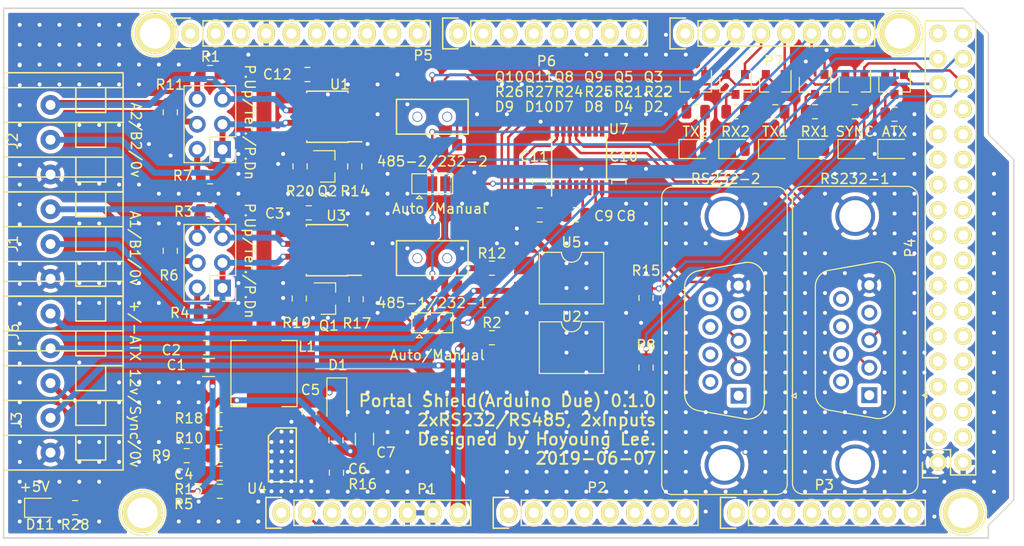
<source format=kicad_pcb>
(kicad_pcb (version 20171130) (host pcbnew 5.0.2+dfsg1-1)
  (title_block (date "mar. 31 mars 2015"))
  (layers (0 F.Cu signal) (31 B.Cu signal) (34 B.Paste user hide) (35 F.Paste user hide) (36 B.SilkS user) (37 F.SilkS user) (38 B.Mask user) (39 F.Mask user) (44 Edge.Cuts user))
  (net 0 "")
  (net 1 GND)
  (net 2 "/52(SCK)")
  (net 3 "/53(SS)")
  (net 4 "/50(MISO)")
  (net 5 "/51(MOSI)")
  (net 6 /48)
  (net 7 /49)
  (net 8 /46)
  (net 9 /47)
  (net 10 /44)
  (net 11 /45)
  (net 12 /42)
  (net 13 /43)
  (net 14 /40)
  (net 15 /41)
  (net 16 /38)
  (net 17 /39)
  (net 18 /36)
  (net 19 /37)
  (net 20 /34)
  (net 21 /35)
  (net 22 /32)
  (net 23 /33)
  (net 24 /30)
  (net 25 /31)
  (net 26 /28)
  (net 27 /29)
  (net 28 /26)
  (net 29 /27)
  (net 30 +5V)
  (net 31 /IOREF)
  (net 32 /Reset)
  (net 33 /A0)
  (net 34 /A1)
  (net 35 /A2)
  (net 36 /A3)
  (net 37 /A4)
  (net 38 /A5)
  (net 39 /A6)
  (net 40 /A7)
  (net 41 /A8)
  (net 42 /A9)
  (net 43 /A10)
  (net 44 /A11)
  (net 45 /A12)
  (net 46 /A13)
  (net 47 /A14)
  (net 48 /A15)
  (net 49 /SCL)
  (net 50 /SDA)
  (net 51 /AREF)
  (net 52 "/13(**)")
  (net 53 "/12(**)")
  (net 54 "/11(**)")
  (net 55 "/10(**)")
  (net 56 "/9(**)")
  (net 57 "/8(**)")
  (net 58 "/7(**)")
  (net 59 "/20(SDA)")
  (net 60 "/21(SCL)")
  (net 61 "Net-(P8-Pad1)")
  (net 62 "Net-(P10-Pad1)")
  (net 63 "Net-(P11-Pad1)")
  (net 64 "Net-(P13-Pad1)")
  (net 65 +3V3)
  (net 66 "/1(Tx0)")
  (net 67 "/0(Rx0)")
  (net 68 "/14(Tx3)")
  (net 69 "/15(Rx3)")
  (net 70 "/16(Tx2)")
  (net 71 "/17(Rx2)")
  (net 72 "/18(Tx1)")
  (net 73 "/19(Rx1)")
  (net 74 "Net-(C5-Pad1)")
  (net 75 "Net-(C5-Pad2)")
  (net 76 "/Vin(12V)")
  (net 77 "Net-(C9-Pad2)")
  (net 78 "Net-(C10-Pad2)")
  (net 79 "Net-(C11-Pad2)")
  (net 80 "Net-(D2-Pad2)")
  (net 81 "Net-(D4-Pad2)")
  (net 82 "Net-(D7-Pad2)")
  (net 83 "Net-(D8-Pad2)")
  (net 84 "Net-(D9-Pad2)")
  (net 85 /RS485_B1)
  (net 86 /RS485_A1)
  (net 87 "Net-(J3-Pad2)")
  (net 88 "Net-(J4-Pad2)")
  (net 89 "Net-(J4-Pad4)")
  (net 90 "Net-(J4-Pad6)")
  (net 91 "Net-(J7-Pad1)")
  (net 92 "Net-(J7-Pad2)")
  (net 93 "Net-(J7-Pad3)")
  (net 94 "Net-(J7-Pad4)")
  (net 95 "Net-(J7-Pad6)")
  (net 96 "Net-(J7-Pad7)")
  (net 97 "Net-(J7-Pad8)")
  (net 98 "Net-(J7-Pad9)")
  (net 99 "Net-(J8-Pad9)")
  (net 100 "Net-(J8-Pad8)")
  (net 101 "Net-(J8-Pad7)")
  (net 102 "Net-(J8-Pad6)")
  (net 103 "Net-(J8-Pad4)")
  (net 104 "Net-(J8-Pad3)")
  (net 105 "Net-(J8-Pad2)")
  (net 106 "Net-(J8-Pad1)")
  (net 107 /AUTO_DIR1)
  (net 108 "Net-(JP1-Pad2)")
  (net 109 "Net-(P1-Pad1)")
  (net 110 +5VP)
  (net 111 /RS485_TX1)
  (net 112 "Net-(Q5-Pad3)")
  (net 113 "Net-(Q8-Pad3)")
  (net 114 /RS232_TTL_RX1)
  (net 115 /RS485_RX1)
  (net 116 /RS232_TTL_TX1)
  (net 117 "Net-(C4-Pad1)")
  (net 118 "Net-(C4-Pad2)")
  (net 119 "Net-(C8-Pad1)")
  (net 120 "Net-(C8-Pad2)")
  (net 121 "Net-(C11-Pad1)")
  (net 122 "Net-(D10-Pad2)")
  (net 123 "Net-(D11-Pad2)")
  (net 124 "Net-(Q9-Pad3)")
  (net 125 "Net-(Q10-Pad3)")
  (net 126 "Net-(Q11-Pad3)")
  (net 127 "Net-(R2-Pad1)")
  (net 128 "Net-(R13-Pad2)")
  (net 129 "Net-(R10-Pad1)")
  (net 130 "Net-(R16-Pad1)")
  (net 131 "Net-(J5-Pad2)")
  (net 132 /RS485_B2)
  (net 133 /RS485_A2)
  (net 134 "Net-(J5-Pad4)")
  (net 135 "Net-(J5-Pad6)")
  (net 136 "Net-(J6-Pad1)")
  (net 137 "Net-(J6-Pad2)")
  (net 138 "Net-(JP2-Pad2)")
  (net 139 /AUTO_DIR2)
  (net 140 "/6(**)")
  (net 141 "/5(**)")
  (net 142 "/4(**)")
  (net 143 "/3(**)")
  (net 144 "/2(**)")
  (net 145 /RS485_TX2)
  (net 146 "Net-(R12-Pad1)")
  (net 147 /RS232_TTL_TX2)
  (net 148 /RS485_RX2)
  (net 149 /RS232_TTL_RX2)
  (net 150 "Net-(Q3-Pad3)")
  (net 151 "/24(ATX_SEN)")
  (net 152 "/25(SYNC)")
  (net 153 "/23(DIR1)")
  (net 154 "/22(DIR2)")
  (module Package_SO:TSSOP-16_4.4x5mm_P0.65mm (layer F.Cu) (at 161.305909 83.451215 90)
    (fp_text reference U7 (at 2.951215 3.944091 180) (layer F.SilkS))
    (fp_text value MAX3232)
    (pad 1 smd rect (at -2.95 -2.275 90) (size 1.5 0.45) (layers F.Cu F.Paste F.Mask) (net 121 "Net-(C11-Pad1)"))
    (pad 2 smd rect (at -2.95 -1.625 90) (size 1.5 0.45) (layers F.Cu F.Paste F.Mask) (net 77 "Net-(C9-Pad2)"))
    (pad 3 smd rect (at -2.95 -0.975 90) (size 1.5 0.45) (layers F.Cu F.Paste F.Mask) (net 79 "Net-(C11-Pad2)"))
    (pad 4 smd rect (at -2.95 -0.325 90) (size 1.5 0.45) (layers F.Cu F.Paste F.Mask) (net 119 "Net-(C8-Pad1)"))
    (pad 5 smd rect (at -2.95 0.325 90) (size 1.5 0.45) (layers F.Cu F.Paste F.Mask) (net 120 "Net-(C8-Pad2)"))
    (pad 6 smd rect (at -2.95 0.975 90) (size 1.5 0.45) (layers F.Cu F.Paste F.Mask) (net 78 "Net-(C10-Pad2)"))
    (pad 7 smd rect (at -2.95 1.625 90) (size 1.5 0.45) (layers F.Cu F.Paste F.Mask) (net 105 "Net-(J8-Pad2)"))
    (pad 8 smd rect (at -2.95 2.275 90) (size 1.5 0.45) (layers F.Cu F.Paste F.Mask) (net 104 "Net-(J8-Pad3)"))
    (pad 9 smd rect (at 2.95 2.275 90) (size 1.5 0.45) (layers F.Cu F.Paste F.Mask) (net 149 /RS232_TTL_RX2))
    (pad 10 smd rect (at 2.95 1.625 90) (size 1.5 0.45) (layers F.Cu F.Paste F.Mask) (net 147 /RS232_TTL_TX2))
    (pad 11 smd rect (at 2.95 0.975 90) (size 1.5 0.45) (layers F.Cu F.Paste F.Mask) (net 116 /RS232_TTL_TX1))
    (pad 12 smd rect (at 2.95 0.325 90) (size 1.5 0.45) (layers F.Cu F.Paste F.Mask) (net 114 /RS232_TTL_RX1))
    (pad 13 smd rect (at 2.95 -0.325 90) (size 1.5 0.45) (layers F.Cu F.Paste F.Mask) (net 93 "Net-(J7-Pad3)"))
    (pad 14 smd rect (at 2.95 -0.975 90) (size 1.5 0.45) (layers F.Cu F.Paste F.Mask) (net 92 "Net-(J7-Pad2)"))
    (pad 15 smd rect (at 2.95 -1.625 90) (size 1.5 0.45) (layers F.Cu F.Paste F.Mask) (net 1 GND))
    (pad 16 smd rect (at 2.95 -2.275 90) (size 1.5 0.45) (layers F.Cu F.Paste F.Mask) (net 30 +5V))
  )
  (module Package_TO_SOT_SMD:SOT-23 (layer F.Cu) (at 136.02 97.56)
    (fp_text reference Q1 (at 0.07 2.72 180) (layer F.SilkS))
    (fp_text value BSS123LT1)
    (pad 1 smd rect (at -1 -0.95) (size 0.9 0.8) (layers F.Cu F.Paste F.Mask) (net 111 /RS485_TX1))
    (pad 2 smd rect (at -1 0.95) (size 0.9 0.8) (layers F.Cu F.Paste F.Mask) (net 1 GND))
    (pad 3 smd rect (at 1 0) (size 0.9 0.8) (layers F.Cu F.Paste F.Mask) (net 107 /AUTO_DIR1))
  )
  (module Capacitor_SMD:C_0805_2012Metric (layer F.Cu) (at 157.315909 89.141215)
    (fp_text reference C9 (at 6.434091 0.108785 180) (layer F.SilkS))
    (fp_text value 100n/50V)
    (pad 2 smd roundrect (at 0.9375 0) (size 0.975 1.4) (layers F.Cu F.Paste F.Mask) (net 77 "Net-(C9-Pad2)"))
    (pad 1 smd roundrect (at -0.9375 0) (size 0.975 1.4) (layers F.Cu F.Paste F.Mask) (net 30 +5V))
  )
  (module Button_Switch_SMD:SW_CK_AYZ020AGRLC_DPDT_Straight (layer F.Cu) (at 146.5 93.49)
    (fp_text reference SW1 hide)
    (fp_text value SW_UART1)
    (pad "" np_thru_hole circle (at 1.5 0) (size 1 1) (drill 0.85) (layers *.Cu *.Mask))
    (pad "" np_thru_hole circle (at -1.5 0) (size 1 1) (drill 0.85) (layers *.Cu *.Mask))
    (pad 6 smd rect (at 2.5 2.825) (size 1 1.15) (layers F.Cu F.Paste F.Mask) (net 114 /RS232_TTL_RX1))
    (pad 5 smd rect (at 0 2.825) (size 1 1.15) (layers F.Cu F.Paste F.Mask) (net 73 "/19(Rx1)"))
    (pad 4 smd rect (at -2.5 2.825) (size 1 1.15) (layers F.Cu F.Paste F.Mask) (net 115 /RS485_RX1))
    (pad 3 smd rect (at 2.5 -2.825) (size 1 1.15) (layers F.Cu F.Paste F.Mask) (net 116 /RS232_TTL_TX1))
    (pad 2 smd rect (at 0 -2.825) (size 1 1.15) (layers F.Cu F.Paste F.Mask) (net 72 "/18(Tx1)"))
    (pad 1 smd rect (at -2.5 -2.825) (size 1 1.15) (layers F.Cu F.Paste F.Mask) (net 111 /RS485_TX1))
  )
  (module MPS:SOIC8E (layer F.Cu) (at 131.422642 113.291413 270)
    (fp_text reference U4 (at 3.388587 2.562642 180) (layer F.SilkS))
    (fp_text value MP1584)
    (pad 8 smd rect (at -1.905 -2.7 270) (size 0.61 1.6) (layers F.Cu F.Paste F.Mask) (net 74 "Net-(C5-Pad1)"))
    (pad 1 smd rect (at -1.905 2.7 270) (size 0.61 1.6) (layers F.Cu F.Paste F.Mask) (net 75 "Net-(C5-Pad2)"))
    (pad 7 smd rect (at -0.635 -2.7 270) (size 0.61 1.6) (layers F.Cu F.Paste F.Mask) (net 76 "/Vin(12V)"))
    (pad 2 smd rect (at -0.635 2.7 270) (size 0.61 1.6) (layers F.Cu F.Paste F.Mask) (net 129 "Net-(R10-Pad1)"))
    (pad 6 smd rect (at 0.635 -2.7 270) (size 0.61 1.6) (layers F.Cu F.Paste F.Mask) (net 130 "Net-(R16-Pad1)"))
    (pad 3 smd rect (at 0.635 2.7 270) (size 0.61 1.6) (layers F.Cu F.Paste F.Mask) (net 118 "Net-(C4-Pad2)"))
    (pad 5 smd rect (at 1.905 -2.7 270) (size 0.61 1.6) (layers F.Cu F.Paste F.Mask) (net 1 GND))
    (pad 4 smd rect (at 1.905 2.7 270) (size 0.61 1.6) (layers F.Cu F.Paste F.Mask) (net 128 "Net-(R13-Pad2)"))
    (pad 5 smd rect (at 0 0 270) (size 3.51 2.62) (layers F.Cu F.Paste F.Mask) (net 1 GND))
  )
  (module Capacitor_SMD:C_0805_2012Metric (layer F.Cu) (at 136.812642 111.811413 270)
    (fp_text reference C6 (at 2.9 -2.187358) (layer F.SilkS))
    (fp_text value 100n)
    (pad 2 smd roundrect (at 0.9375 0 270) (size 0.975 1.4) (layers F.Cu F.Paste F.Mask) (net 76 "/Vin(12V)"))
    (pad 1 smd roundrect (at -0.9375 0 270) (size 0.975 1.4) (layers F.Cu F.Paste F.Mask) (net 1 GND))
  )
  (module Package_SO:SOIC-8_3.9x4.9mm_P1.27mm (layer F.Cu) (at 135.9 92.69 180)
    (fp_text reference U3 (at -0.94 3.48 180) (layer F.SilkS))
    (fp_text value MAX481E)
    (pad 1 smd rect (at -2.7 -1.905 180) (size 1.55 0.6) (layers F.Cu F.Paste F.Mask) (net 115 /RS485_RX1))
    (pad 2 smd rect (at -2.7 -0.635 180) (size 1.55 0.6) (layers F.Cu F.Paste F.Mask) (net 108 "Net-(JP1-Pad2)"))
    (pad 3 smd rect (at -2.7 0.635 180) (size 1.55 0.6) (layers F.Cu F.Paste F.Mask) (net 108 "Net-(JP1-Pad2)"))
    (pad 4 smd rect (at -2.7 1.905 180) (size 1.55 0.6) (layers F.Cu F.Paste F.Mask) (net 111 /RS485_TX1))
    (pad 5 smd rect (at 2.7 1.905 180) (size 1.55 0.6) (layers F.Cu F.Paste F.Mask) (net 1 GND))
    (pad 6 smd rect (at 2.7 0.635 180) (size 1.55 0.6) (layers F.Cu F.Paste F.Mask) (net 86 /RS485_A1))
    (pad 7 smd rect (at 2.7 -0.635 180) (size 1.55 0.6) (layers F.Cu F.Paste F.Mask) (net 85 /RS485_B1))
    (pad 8 smd rect (at 2.7 -1.905 180) (size 1.55 0.6) (layers F.Cu F.Paste F.Mask) (net 30 +5V))
  )
  (module Socket_Arduino_Mega:Socket_Strip_Arduino_2x18 (layer F.Cu) (at 197.358 114.046 90)
    (fp_text reference P4 (at 21.59 -2.794 90) (layer F.SilkS))
    (fp_text value Digital)
    (pad 1 thru_hole circle (at 0 0 90) (size 1.7272 1.7272) (drill 1.016) (layers *.Cu *.Mask F.SilkS) (net 1 GND))
    (pad 2 thru_hole oval (at 0 2.54 90) (size 1.7272 1.7272) (drill 1.016) (layers *.Cu *.Mask F.SilkS) (net 1 GND))
    (pad 3 thru_hole oval (at 2.54 0 90) (size 1.7272 1.7272) (drill 1.016) (layers *.Cu *.Mask F.SilkS) (net 2 "/52(SCK)"))
    (pad 4 thru_hole oval (at 2.54 2.54 90) (size 1.7272 1.7272) (drill 1.016) (layers *.Cu *.Mask F.SilkS) (net 3 "/53(SS)"))
    (pad 5 thru_hole oval (at 5.08 0 90) (size 1.7272 1.7272) (drill 1.016) (layers *.Cu *.Mask F.SilkS) (net 4 "/50(MISO)"))
    (pad 6 thru_hole oval (at 5.08 2.54 90) (size 1.7272 1.7272) (drill 1.016) (layers *.Cu *.Mask F.SilkS) (net 5 "/51(MOSI)"))
    (pad 7 thru_hole oval (at 7.62 0 90) (size 1.7272 1.7272) (drill 1.016) (layers *.Cu *.Mask F.SilkS) (net 6 /48))
    (pad 8 thru_hole oval (at 7.62 2.54 90) (size 1.7272 1.7272) (drill 1.016) (layers *.Cu *.Mask F.SilkS) (net 7 /49))
    (pad 9 thru_hole oval (at 10.16 0 90) (size 1.7272 1.7272) (drill 1.016) (layers *.Cu *.Mask F.SilkS) (net 8 /46))
    (pad 10 thru_hole oval (at 10.16 2.54 90) (size 1.7272 1.7272) (drill 1.016) (layers *.Cu *.Mask F.SilkS) (net 9 /47))
    (pad 11 thru_hole oval (at 12.7 0 90) (size 1.7272 1.7272) (drill 1.016) (layers *.Cu *.Mask F.SilkS) (net 10 /44))
    (pad 12 thru_hole oval (at 12.7 2.54 90) (size 1.7272 1.7272) (drill 1.016) (layers *.Cu *.Mask F.SilkS) (net 11 /45))
    (pad 13 thru_hole oval (at 15.24 0 90) (size 1.7272 1.7272) (drill 1.016) (layers *.Cu *.Mask F.SilkS) (net 12 /42))
    (pad 14 thru_hole oval (at 15.24 2.54 90) (size 1.7272 1.7272) (drill 1.016) (layers *.Cu *.Mask F.SilkS) (net 13 /43))
    (pad 15 thru_hole oval (at 17.78 0 90) (size 1.7272 1.7272) (drill 1.016) (layers *.Cu *.Mask F.SilkS) (net 14 /40))
    (pad 16 thru_hole oval (at 17.78 2.54 90) (size 1.7272 1.7272) (drill 1.016) (layers *.Cu *.Mask F.SilkS) (net 15 /41))
    (pad 17 thru_hole oval (at 20.32 0 90) (size 1.7272 1.7272) (drill 1.016) (layers *.Cu *.Mask F.SilkS) (net 16 /38))
    (pad 18 thru_hole oval (at 20.32 2.54 90) (size 1.7272 1.7272) (drill 1.016) (layers *.Cu *.Mask F.SilkS) (net 17 /39))
    (pad 19 thru_hole oval (at 22.86 0 90) (size 1.7272 1.7272) (drill 1.016) (layers *.Cu *.Mask F.SilkS) (net 18 /36))
    (pad 20 thru_hole oval (at 22.86 2.54 90) (size 1.7272 1.7272) (drill 1.016) (layers *.Cu *.Mask F.SilkS) (net 19 /37))
    (pad 21 thru_hole oval (at 25.4 0 90) (size 1.7272 1.7272) (drill 1.016) (layers *.Cu *.Mask F.SilkS) (net 20 /34))
    (pad 22 thru_hole oval (at 25.4 2.54 90) (size 1.7272 1.7272) (drill 1.016) (layers *.Cu *.Mask F.SilkS) (net 21 /35))
    (pad 23 thru_hole oval (at 27.94 0 90) (size 1.7272 1.7272) (drill 1.016) (layers *.Cu *.Mask F.SilkS) (net 22 /32))
    (pad 24 thru_hole oval (at 27.94 2.54 90) (size 1.7272 1.7272) (drill 1.016) (layers *.Cu *.Mask F.SilkS) (net 23 /33))
    (pad 25 thru_hole oval (at 30.48 0 90) (size 1.7272 1.7272) (drill 1.016) (layers *.Cu *.Mask F.SilkS) (net 24 /30))
    (pad 26 thru_hole oval (at 30.48 2.54 90) (size 1.7272 1.7272) (drill 1.016) (layers *.Cu *.Mask F.SilkS) (net 25 /31))
    (pad 27 thru_hole oval (at 33.02 0 90) (size 1.7272 1.7272) (drill 1.016) (layers *.Cu *.Mask F.SilkS) (net 26 /28))
    (pad 28 thru_hole oval (at 33.02 2.54 90) (size 1.7272 1.7272) (drill 1.016) (layers *.Cu *.Mask F.SilkS) (net 27 /29))
    (pad 29 thru_hole oval (at 35.56 0 90) (size 1.7272 1.7272) (drill 1.016) (layers *.Cu *.Mask F.SilkS) (net 28 /26))
    (pad 30 thru_hole oval (at 35.56 2.54 90) (size 1.7272 1.7272) (drill 1.016) (layers *.Cu *.Mask F.SilkS) (net 29 /27))
    (pad 31 thru_hole oval (at 38.1 0 90) (size 1.7272 1.7272) (drill 1.016) (layers *.Cu *.Mask F.SilkS) (net 151 "/24(ATX_SEN)"))
    (pad 32 thru_hole oval (at 38.1 2.54 90) (size 1.7272 1.7272) (drill 1.016) (layers *.Cu *.Mask F.SilkS) (net 152 "/25(SYNC)"))
    (pad 33 thru_hole oval (at 40.64 0 90) (size 1.7272 1.7272) (drill 1.016) (layers *.Cu *.Mask F.SilkS) (net 154 "/22(DIR2)"))
    (pad 34 thru_hole oval (at 40.64 2.54 90) (size 1.7272 1.7272) (drill 1.016) (layers *.Cu *.Mask F.SilkS) (net 153 "/23(DIR1)"))
    (pad 35 thru_hole oval (at 43.18 0 90) (size 1.7272 1.7272) (drill 1.016) (layers *.Cu *.Mask F.SilkS) (net 110 +5VP))
    (pad 36 thru_hole oval (at 43.18 2.54 90) (size 1.7272 1.7272) (drill 1.016) (layers *.Cu *.Mask F.SilkS) (net 110 +5VP))
  )
  (module Socket_Arduino_Mega:Socket_Strip_Arduino_1x08 (layer F.Cu) (at 131.318 119.126)
    (fp_text reference P1 (at 14.632 -2.376) (layer F.SilkS))
    (fp_text value Power)
    (pad 1 thru_hole oval (at 0 0) (size 1.7272 2.032) (drill 1.016) (layers *.Cu *.Mask F.SilkS) (net 109 "Net-(P1-Pad1)"))
    (pad 2 thru_hole oval (at 2.54 0) (size 1.7272 2.032) (drill 1.016) (layers *.Cu *.Mask F.SilkS) (net 31 /IOREF))
    (pad 3 thru_hole oval (at 5.08 0) (size 1.7272 2.032) (drill 1.016) (layers *.Cu *.Mask F.SilkS) (net 32 /Reset))
    (pad 4 thru_hole oval (at 7.62 0) (size 1.7272 2.032) (drill 1.016) (layers *.Cu *.Mask F.SilkS) (net 65 +3V3))
    (pad 5 thru_hole oval (at 10.16 0) (size 1.7272 2.032) (drill 1.016) (layers *.Cu *.Mask F.SilkS) (net 110 +5VP))
    (pad 6 thru_hole oval (at 12.7 0) (size 1.7272 2.032) (drill 1.016) (layers *.Cu *.Mask F.SilkS) (net 1 GND))
    (pad 7 thru_hole oval (at 15.24 0) (size 1.7272 2.032) (drill 1.016) (layers *.Cu *.Mask F.SilkS) (net 1 GND))
    (pad 8 thru_hole oval (at 17.78 0) (size 1.7272 2.032) (drill 1.016) (layers *.Cu *.Mask F.SilkS) (net 76 "/Vin(12V)"))
  )
  (module Socket_Arduino_Mega:Socket_Strip_Arduino_1x08 (layer F.Cu) (at 154.178 119.126)
    (fp_text reference P2 (at 8.89 -2.54) (layer F.SilkS))
    (fp_text value Analog)
    (pad 1 thru_hole oval (at 0 0) (size 1.7272 2.032) (drill 1.016) (layers *.Cu *.Mask F.SilkS) (net 33 /A0))
    (pad 2 thru_hole oval (at 2.54 0) (size 1.7272 2.032) (drill 1.016) (layers *.Cu *.Mask F.SilkS) (net 34 /A1))
    (pad 3 thru_hole oval (at 5.08 0) (size 1.7272 2.032) (drill 1.016) (layers *.Cu *.Mask F.SilkS) (net 35 /A2))
    (pad 4 thru_hole oval (at 7.62 0) (size 1.7272 2.032) (drill 1.016) (layers *.Cu *.Mask F.SilkS) (net 36 /A3))
    (pad 5 thru_hole oval (at 10.16 0) (size 1.7272 2.032) (drill 1.016) (layers *.Cu *.Mask F.SilkS) (net 37 /A4))
    (pad 6 thru_hole oval (at 12.7 0) (size 1.7272 2.032) (drill 1.016) (layers *.Cu *.Mask F.SilkS) (net 38 /A5))
    (pad 7 thru_hole oval (at 15.24 0) (size 1.7272 2.032) (drill 1.016) (layers *.Cu *.Mask F.SilkS) (net 39 /A6))
    (pad 8 thru_hole oval (at 17.78 0) (size 1.7272 2.032) (drill 1.016) (layers *.Cu *.Mask F.SilkS) (net 40 /A7))
  )
  (module Socket_Arduino_Mega:Socket_Strip_Arduino_1x08 (layer F.Cu) (at 177.038 119.126)
    (fp_text reference P3 (at 8.89 -2.794) (layer F.SilkS))
    (fp_text value Analog)
    (pad 1 thru_hole oval (at 0 0) (size 1.7272 2.032) (drill 1.016) (layers *.Cu *.Mask F.SilkS) (net 41 /A8))
    (pad 2 thru_hole oval (at 2.54 0) (size 1.7272 2.032) (drill 1.016) (layers *.Cu *.Mask F.SilkS) (net 42 /A9))
    (pad 3 thru_hole oval (at 5.08 0) (size 1.7272 2.032) (drill 1.016) (layers *.Cu *.Mask F.SilkS) (net 43 /A10))
    (pad 4 thru_hole oval (at 7.62 0) (size 1.7272 2.032) (drill 1.016) (layers *.Cu *.Mask F.SilkS) (net 44 /A11))
    (pad 5 thru_hole oval (at 10.16 0) (size 1.7272 2.032) (drill 1.016) (layers *.Cu *.Mask F.SilkS) (net 45 /A12))
    (pad 6 thru_hole oval (at 12.7 0) (size 1.7272 2.032) (drill 1.016) (layers *.Cu *.Mask F.SilkS) (net 46 /A13))
    (pad 7 thru_hole oval (at 15.24 0) (size 1.7272 2.032) (drill 1.016) (layers *.Cu *.Mask F.SilkS) (net 47 /A14))
    (pad 8 thru_hole oval (at 17.78 0) (size 1.7272 2.032) (drill 1.016) (layers *.Cu *.Mask F.SilkS) (net 48 /A15))
  )
  (module Socket_Arduino_Mega:Socket_Strip_Arduino_1x10 (layer F.Cu) (at 122.174 70.866)
    (fp_text reference P5 (at 23.406 2.224) (layer F.SilkS))
    (fp_text value PWM)
    (pad 1 thru_hole oval (at 0 0) (size 1.7272 2.032) (drill 1.016) (layers *.Cu *.Mask F.SilkS) (net 49 /SCL))
    (pad 2 thru_hole oval (at 2.54 0) (size 1.7272 2.032) (drill 1.016) (layers *.Cu *.Mask F.SilkS) (net 50 /SDA))
    (pad 3 thru_hole oval (at 5.08 0) (size 1.7272 2.032) (drill 1.016) (layers *.Cu *.Mask F.SilkS) (net 51 /AREF))
    (pad 4 thru_hole oval (at 7.62 0) (size 1.7272 2.032) (drill 1.016) (layers *.Cu *.Mask F.SilkS) (net 1 GND))
    (pad 5 thru_hole oval (at 10.16 0) (size 1.7272 2.032) (drill 1.016) (layers *.Cu *.Mask F.SilkS) (net 52 "/13(**)"))
    (pad 6 thru_hole oval (at 12.7 0) (size 1.7272 2.032) (drill 1.016) (layers *.Cu *.Mask F.SilkS) (net 53 "/12(**)"))
    (pad 7 thru_hole oval (at 15.24 0) (size 1.7272 2.032) (drill 1.016) (layers *.Cu *.Mask F.SilkS) (net 54 "/11(**)"))
    (pad 8 thru_hole oval (at 17.78 0) (size 1.7272 2.032) (drill 1.016) (layers *.Cu *.Mask F.SilkS) (net 55 "/10(**)"))
    (pad 9 thru_hole oval (at 20.32 0) (size 1.7272 2.032) (drill 1.016) (layers *.Cu *.Mask F.SilkS) (net 56 "/9(**)"))
    (pad 10 thru_hole oval (at 22.86 0) (size 1.7272 2.032) (drill 1.016) (layers *.Cu *.Mask F.SilkS) (net 57 "/8(**)"))
  )
  (module Socket_Arduino_Mega:Socket_Strip_Arduino_1x08 (layer F.Cu) (at 149.098 70.866)
    (fp_text reference P6 (at 8.89 2.794) (layer F.SilkS))
    (fp_text value PWM)
    (pad 1 thru_hole oval (at 0 0) (size 1.7272 2.032) (drill 1.016) (layers *.Cu *.Mask F.SilkS) (net 58 "/7(**)"))
    (pad 2 thru_hole oval (at 2.54 0) (size 1.7272 2.032) (drill 1.016) (layers *.Cu *.Mask F.SilkS) (net 140 "/6(**)"))
    (pad 3 thru_hole oval (at 5.08 0) (size 1.7272 2.032) (drill 1.016) (layers *.Cu *.Mask F.SilkS) (net 141 "/5(**)"))
    (pad 4 thru_hole oval (at 7.62 0) (size 1.7272 2.032) (drill 1.016) (layers *.Cu *.Mask F.SilkS) (net 142 "/4(**)"))
    (pad 5 thru_hole oval (at 10.16 0) (size 1.7272 2.032) (drill 1.016) (layers *.Cu *.Mask F.SilkS) (net 143 "/3(**)"))
    (pad 6 thru_hole oval (at 12.7 0) (size 1.7272 2.032) (drill 1.016) (layers *.Cu *.Mask F.SilkS) (net 144 "/2(**)"))
    (pad 7 thru_hole oval (at 15.24 0) (size 1.7272 2.032) (drill 1.016) (layers *.Cu *.Mask F.SilkS) (net 66 "/1(Tx0)"))
    (pad 8 thru_hole oval (at 17.78 0) (size 1.7272 2.032) (drill 1.016) (layers *.Cu *.Mask F.SilkS) (net 67 "/0(Rx0)"))
  )
  (module Socket_Arduino_Mega:Socket_Strip_Arduino_1x08 (layer F.Cu) (at 171.958 70.866)
    (fp_text reference P7 (at 8.89 2.794) (layer F.SilkS))
    (fp_text value Communication)
    (pad 1 thru_hole oval (at 0 0) (size 1.7272 2.032) (drill 1.016) (layers *.Cu *.Mask F.SilkS) (net 68 "/14(Tx3)"))
    (pad 2 thru_hole oval (at 2.54 0) (size 1.7272 2.032) (drill 1.016) (layers *.Cu *.Mask F.SilkS) (net 69 "/15(Rx3)"))
    (pad 3 thru_hole oval (at 5.08 0) (size 1.7272 2.032) (drill 1.016) (layers *.Cu *.Mask F.SilkS) (net 70 "/16(Tx2)"))
    (pad 4 thru_hole oval (at 7.62 0) (size 1.7272 2.032) (drill 1.016) (layers *.Cu *.Mask F.SilkS) (net 71 "/17(Rx2)"))
    (pad 5 thru_hole oval (at 10.16 0) (size 1.7272 2.032) (drill 1.016) (layers *.Cu *.Mask F.SilkS) (net 72 "/18(Tx1)"))
    (pad 6 thru_hole oval (at 12.7 0) (size 1.7272 2.032) (drill 1.016) (layers *.Cu *.Mask F.SilkS) (net 73 "/19(Rx1)"))
    (pad 7 thru_hole oval (at 15.24 0) (size 1.7272 2.032) (drill 1.016) (layers *.Cu *.Mask F.SilkS) (net 59 "/20(SDA)"))
    (pad 8 thru_hole oval (at 17.78 0) (size 1.7272 2.032) (drill 1.016) (layers *.Cu *.Mask F.SilkS) (net 60 "/21(SCL)"))
  )
  (module Socket_Arduino_Mega:Arduino_1pin (layer F.Cu) (at 117.348 119.126)
    (fp_text reference P8 hide)
    (fp_text value CONN_01X01 hide)
    (pad 1 thru_hole circle (at 0 0) (size 4.064 4.064) (drill 3.048) (layers *.Cu *.Mask F.SilkS) (net 61 "Net-(P8-Pad1)"))
  )
  (module Socket_Arduino_Mega:Arduino_1pin (layer F.Cu) (at 199.898 119.126)
    (fp_text reference P10 hide)
    (fp_text value CONN_01X01 hide)
    (pad 1 thru_hole circle (at 0 0) (size 4.064 4.064) (drill 3.048) (layers *.Cu *.Mask F.SilkS) (net 62 "Net-(P10-Pad1)"))
  )
  (module Socket_Arduino_Mega:Arduino_1pin (layer F.Cu) (at 118.618 70.866)
    (fp_text reference P11 hide)
    (fp_text value CONN_01X01 hide)
    (pad 1 thru_hole circle (at 0 0) (size 4.064 4.064) (drill 3.048) (layers *.Cu *.Mask F.SilkS) (net 63 "Net-(P11-Pad1)"))
  )
  (module Socket_Arduino_Mega:Arduino_1pin (layer F.Cu) (at 193.548 70.866)
    (fp_text reference P13 hide)
    (fp_text value CONN_01X01 hide)
    (pad 1 thru_hole circle (at 0 0) (size 4.064 4.064) (drill 3.048) (layers *.Cu *.Mask F.SilkS) (net 64 "Net-(P13-Pad1)"))
  )
  (module Capacitor_SMD:C_1206_3216Metric (layer F.Cu) (at 124 104.5 180)
    (fp_text reference C1 (at 3.25 0.25) (layer F.SilkS))
    (fp_text value 22u/8V)
    (pad 2 smd roundrect (at 1.4 0 180) (size 1.25 1.75) (layers F.Cu F.Paste F.Mask) (roundrect_rratio 0.2) (net 1 GND))
    (pad 1 smd roundrect (at -1.4 0 180) (size 1.25 1.75) (layers F.Cu F.Paste F.Mask) (roundrect_rratio 0.2) (net 30 +5V))
  )
  (module Capacitor_SMD:C_0805_2012Metric (layer F.Cu) (at 123.75 102.5)
    (fp_text reference C2 (at -3.5 0.25) (layer F.SilkS))
    (fp_text value 100n)
    (pad 2 smd roundrect (at 0.9375 0) (size 0.975 1.4) (layers F.Cu F.Paste F.Mask) (net 30 +5V))
    (pad 1 smd roundrect (at -0.9375 0) (size 0.975 1.4) (layers F.Cu F.Paste F.Mask) (net 1 GND))
  )
  (module Capacitor_SMD:C_0805_2012Metric (layer F.Cu) (at 134.0775 88.93)
    (fp_text reference C3 (at -3.4275 0.06) (layer F.SilkS))
    (fp_text value 100n/50V)
    (pad 1 smd roundrect (at -0.9375 0) (size 0.975 1.4) (layers F.Cu F.Paste F.Mask) (net 1 GND))
    (pad 2 smd roundrect (at 0.9375 0) (size 0.975 1.4) (layers F.Cu F.Paste F.Mask) (net 30 +5V))
  )
  (module Capacitor_SMD:C_0805_2012Metric (layer F.Cu) (at 125.112642 113.351413)
    (fp_text reference C4 (at -3.612642 1.898587) (layer F.SilkS))
    (fp_text value 150p)
    (pad 1 smd roundrect (at -0.9375 0) (size 0.975 1.4) (layers F.Cu F.Paste F.Mask) (net 117 "Net-(C4-Pad1)"))
    (pad 2 smd roundrect (at 0.9375 0) (size 0.975 1.4) (layers F.Cu F.Paste F.Mask) (net 118 "Net-(C4-Pad2)"))
  )
  (module Capacitor_SMD:C_0805_2012Metric (layer F.Cu) (at 134.112642 108.981413 90)
    (fp_text reference C5 (at 2.231413 0.137358 180) (layer F.SilkS))
    (fp_text value 100n)
    (pad 1 smd roundrect (at -0.9375 0 90) (size 0.975 1.4) (layers F.Cu F.Paste F.Mask) (net 74 "Net-(C5-Pad1)"))
    (pad 2 smd roundrect (at 0.9375 0 90) (size 0.975 1.4) (layers F.Cu F.Paste F.Mask) (net 75 "Net-(C5-Pad2)"))
  )
  (module Capacitor_SMD:C_0805_2012Metric (layer F.Cu) (at 165.265909 85.751215 90)
    (fp_text reference C10 (at 2.501215 0.484091 180) (layer F.SilkS))
    (fp_text value 100n/50V)
    (pad 2 smd roundrect (at 0.9375 0 90) (size 0.975 1.4) (layers F.Cu F.Paste F.Mask) (net 78 "Net-(C10-Pad2)"))
    (pad 1 smd roundrect (at -0.9375 0 90) (size 0.975 1.4) (layers F.Cu F.Paste F.Mask) (net 1 GND))
  )
  (module Capacitor_SMD:C_0805_2012Metric (layer F.Cu) (at 157.275909 85.691215 90)
    (fp_text reference C11 (at 2.441215 -0.525909) (layer F.SilkS))
    (fp_text value 100n/50V)
    (pad 2 smd roundrect (at 0.9375 0 90) (size 0.975 1.4) (layers F.Cu F.Paste F.Mask) (net 79 "Net-(C11-Pad2)"))
    (pad 1 smd roundrect (at -0.9375 0 90) (size 0.975 1.4) (layers F.Cu F.Paste F.Mask) (net 121 "Net-(C11-Pad1)"))
  )
  (module LED_SMD:LED_0805_2012Metric (layer F.Cu) (at 189 82.5)
    (fp_text reference D4 (at -23.25 -4.25) (layer F.SilkS))
    (fp_text value SYNC_LED)
    (pad 1 smd roundrect (at -0.9375 0) (size 0.975 1.4) (layers F.Cu F.Paste F.Mask) (net 1 GND))
    (pad 2 smd roundrect (at 0.9375 0) (size 0.975 1.4) (layers F.Cu F.Paste F.Mask) (net 81 "Net-(D4-Pad2)"))
  )
  (module LED_SMD:LED_0805_2012Metric (layer F.Cu) (at 181 82.5)
    (fp_text reference D7 (at -21.25 -4.25) (layer F.SilkS))
    (fp_text value TX1_LED)
    (pad 2 smd roundrect (at 0.9375 0) (size 0.975 1.4) (layers F.Cu F.Paste F.Mask) (net 82 "Net-(D7-Pad2)"))
    (pad 1 smd roundrect (at -0.9375 0) (size 0.975 1.4) (layers F.Cu F.Paste F.Mask) (net 1 GND))
  )
  (module LED_SMD:LED_0805_2012Metric (layer F.Cu) (at 185 82.5)
    (fp_text reference D8 (at -22.25 -4.25) (layer F.SilkS))
    (fp_text value RX1_LED)
    (pad 1 smd roundrect (at -0.9375 0) (size 0.975 1.4) (layers F.Cu F.Paste F.Mask) (net 1 GND))
    (pad 2 smd roundrect (at 0.9375 0) (size 0.975 1.4) (layers F.Cu F.Paste F.Mask) (net 83 "Net-(D8-Pad2)"))
  )
  (module LED_SMD:LED_0805_2012Metric (layer F.Cu) (at 173 82.5)
    (fp_text reference D9 (at -19.25 -4.25) (layer F.SilkS))
    (fp_text value TX1_LED)
    (pad 1 smd roundrect (at -0.9375 0) (size 0.975 1.4) (layers F.Cu F.Paste F.Mask) (net 1 GND))
    (pad 2 smd roundrect (at 0.9375 0) (size 0.975 1.4) (layers F.Cu F.Paste F.Mask) (net 84 "Net-(D9-Pad2)"))
  )
  (module Connector_PinHeader_2.54mm:PinHeader_2x03_P2.54mm_Vertical (layer F.Cu) (at 125.4 96.5 180)
    (fp_text reference J4 hide)
    (fp_text value RS485_1_Config)
    (pad 1 thru_hole rect (at 0 0 180) (size 1.7 1.7) (drill 1) (layers *.Cu *.Mask) (net 85 /RS485_B1))
    (pad 2 thru_hole oval (at 2.54 0 180) (size 1.7 1.7) (drill 1) (layers *.Cu *.Mask) (net 88 "Net-(J4-Pad2)"))
    (pad 3 thru_hole oval (at 0 2.54 180) (size 1.7 1.7) (drill 1) (layers *.Cu *.Mask) (net 85 /RS485_B1))
    (pad 4 thru_hole oval (at 2.54 2.54 180) (size 1.7 1.7) (drill 1) (layers *.Cu *.Mask) (net 89 "Net-(J4-Pad4)"))
    (pad 5 thru_hole oval (at 0 5.08 180) (size 1.7 1.7) (drill 1) (layers *.Cu *.Mask) (net 86 /RS485_A1))
    (pad 6 thru_hole oval (at 2.54 5.08 180) (size 1.7 1.7) (drill 1) (layers *.Cu *.Mask) (net 90 "Net-(J4-Pad6)"))
  )
  (module Connector_Dsub:DSUB-9_Female_Vertical_P2.77x2.84mm_MountingHoles (layer F.Cu) (at 190.46 107.29 270)
    (fp_text reference J7 hide)
    (fp_text value RS232_1)
    (pad 1 thru_hole rect (at 0 0 270) (size 1.6 1.6) (drill 1) (layers *.Cu *.Mask) (net 91 "Net-(J7-Pad1)"))
    (pad 2 thru_hole circle (at -2.77 0 270) (size 1.6 1.6) (drill 1) (layers *.Cu *.Mask) (net 92 "Net-(J7-Pad2)"))
    (pad 3 thru_hole circle (at -5.54 0 270) (size 1.6 1.6) (drill 1) (layers *.Cu *.Mask) (net 93 "Net-(J7-Pad3)"))
    (pad 4 thru_hole circle (at -8.31 0 270) (size 1.6 1.6) (drill 1) (layers *.Cu *.Mask) (net 94 "Net-(J7-Pad4)"))
    (pad 5 thru_hole circle (at -11.08 0 270) (size 1.6 1.6) (drill 1) (layers *.Cu *.Mask) (net 1 GND))
    (pad 6 thru_hole circle (at -1.385 2.84 270) (size 1.6 1.6) (drill 1) (layers *.Cu *.Mask) (net 95 "Net-(J7-Pad6)"))
    (pad 7 thru_hole circle (at -4.155 2.84 270) (size 1.6 1.6) (drill 1) (layers *.Cu *.Mask) (net 96 "Net-(J7-Pad7)"))
    (pad 8 thru_hole circle (at -6.925 2.84 270) (size 1.6 1.6) (drill 1) (layers *.Cu *.Mask) (net 97 "Net-(J7-Pad8)"))
    (pad 9 thru_hole circle (at -9.695 2.84 270) (size 1.6 1.6) (drill 1) (layers *.Cu *.Mask) (net 98 "Net-(J7-Pad9)"))
    (pad 0 thru_hole circle (at -18.04 1.42 270) (size 4 4) (drill 3.2) (layers *.Cu *.Mask) (net 1 GND))
    (pad 0 thru_hole circle (at 6.96 1.42 270) (size 4 4) (drill 3.2) (layers *.Cu *.Mask) (net 1 GND))
  )
  (module Connector_Dsub:DSUB-9_Female_Vertical_P2.77x2.84mm_MountingHoles (layer F.Cu) (at 177.31 107.34 270)
    (fp_text reference J8 hide)
    (fp_text value RS232_2)
    (pad 0 thru_hole circle (at 6.96 1.42 270) (size 4 4) (drill 3.2) (layers *.Cu *.Mask) (net 1 GND))
    (pad 0 thru_hole circle (at -18.04 1.42 270) (size 4 4) (drill 3.2) (layers *.Cu *.Mask) (net 1 GND))
    (pad 9 thru_hole circle (at -9.695 2.84 270) (size 1.6 1.6) (drill 1) (layers *.Cu *.Mask) (net 99 "Net-(J8-Pad9)"))
    (pad 8 thru_hole circle (at -6.925 2.84 270) (size 1.6 1.6) (drill 1) (layers *.Cu *.Mask) (net 100 "Net-(J8-Pad8)"))
    (pad 7 thru_hole circle (at -4.155 2.84 270) (size 1.6 1.6) (drill 1) (layers *.Cu *.Mask) (net 101 "Net-(J8-Pad7)"))
    (pad 6 thru_hole circle (at -1.385 2.84 270) (size 1.6 1.6) (drill 1) (layers *.Cu *.Mask) (net 102 "Net-(J8-Pad6)"))
    (pad 5 thru_hole circle (at -11.08 0 270) (size 1.6 1.6) (drill 1) (layers *.Cu *.Mask) (net 1 GND))
    (pad 4 thru_hole circle (at -8.31 0 270) (size 1.6 1.6) (drill 1) (layers *.Cu *.Mask) (net 103 "Net-(J8-Pad4)"))
    (pad 3 thru_hole circle (at -5.54 0 270) (size 1.6 1.6) (drill 1) (layers *.Cu *.Mask) (net 104 "Net-(J8-Pad3)"))
    (pad 2 thru_hole circle (at -2.77 0 270) (size 1.6 1.6) (drill 1) (layers *.Cu *.Mask) (net 105 "Net-(J8-Pad2)"))
    (pad 1 thru_hole rect (at 0 0 270) (size 1.6 1.6) (drill 1) (layers *.Cu *.Mask) (net 106 "Net-(J8-Pad1)"))
  )
  (module Jumper:SolderJumper-3_P1.3mm_Open_Pad1.0x1.5mm (layer F.Cu) (at 146.5 100)
    (fp_text reference JP1 hide)
    (fp_text value RS485_DIR1)
    (pad 1 smd rect (at -1.3 0) (size 1 1.5) (layers F.Cu F.Mask) (net 107 /AUTO_DIR1))
    (pad 2 smd rect (at 0 0) (size 1 1.5) (layers F.Cu F.Mask) (net 108 "Net-(JP1-Pad2)"))
    (pad 3 smd rect (at 1.3 0) (size 1 1.5) (layers F.Cu F.Mask) (net 153 "/23(DIR1)"))
  )
  (module Inductor_SMD_Abracon:L_Abracon_ASPI_0630LR (layer F.Cu) (at 129.572642 105.111413 270)
    (fp_text reference L1 (at -2.711413 -4.327358) (layer F.SilkS))
    (fp_text value 15uH/3A)
    (pad 1 smd rect (at -3.025 0 270) (size 2.35 3.4) (layers F.Cu F.Paste F.Mask) (net 30 +5V))
    (pad 2 smd rect (at 3.025 0 270) (size 2.35 3.4) (layers F.Cu F.Paste F.Mask) (net 75 "Net-(C5-Pad2)"))
  )
  (module Package_TO_SOT_SMD:SOT-23 (layer F.Cu) (at 189 76 270)
    (fp_text reference Q5 (at -0.75 23.25 180) (layer F.SilkS))
    (fp_text value FDN340P)
    (pad 3 smd rect (at 1 0 270) (size 0.9 0.8) (layers F.Cu F.Paste F.Mask) (net 112 "Net-(Q5-Pad3)"))
    (pad 2 smd rect (at -1 0.95 270) (size 0.9 0.8) (layers F.Cu F.Paste F.Mask) (net 30 +5V))
    (pad 1 smd rect (at -1 -0.95 270) (size 0.9 0.8) (layers F.Cu F.Paste F.Mask) (net 152 "/25(SYNC)"))
  )
  (module Package_TO_SOT_SMD:SOT-23 (layer F.Cu) (at 181 76 270)
    (fp_text reference Q8 (at -0.75 21.25) (layer F.SilkS))
    (fp_text value FDN340P)
    (pad 1 smd rect (at -1 -0.95 270) (size 0.9 0.8) (layers F.Cu F.Paste F.Mask) (net 72 "/18(Tx1)"))
    (pad 2 smd rect (at -1 0.95 270) (size 0.9 0.8) (layers F.Cu F.Paste F.Mask) (net 30 +5V))
    (pad 3 smd rect (at 1 0 270) (size 0.9 0.8) (layers F.Cu F.Paste F.Mask) (net 113 "Net-(Q8-Pad3)"))
  )
  (module Resistor_SMD:R_0805_2012Metric (layer F.Cu) (at 152.5 101.5 180)
    (fp_text reference R2 (at 0 1.5) (layer F.SilkS))
    (fp_text value 10K)
    (pad 2 smd roundrect (at 0.9375 0 180) (size 0.975 1.4) (layers F.Cu F.Paste F.Mask) (net 76 "/Vin(12V)"))
    (pad 1 smd roundrect (at -0.9375 0 180) (size 0.975 1.4) (layers F.Cu F.Paste F.Mask) (net 127 "Net-(R2-Pad1)"))
  )
  (module Resistor_SMD:R_0805_2012Metric (layer F.Cu) (at 124.15 88.75 180)
    (fp_text reference R3 (at 2.65 -0.05 180) (layer F.SilkS))
    (fp_text value 1K)
    (pad 1 smd roundrect (at -0.9375 0 180) (size 0.975 1.4) (layers F.Cu F.Paste F.Mask) (net 30 +5V))
    (pad 2 smd roundrect (at 0.9375 0 180) (size 0.975 1.4) (layers F.Cu F.Paste F.Mask) (net 90 "Net-(J4-Pad6)"))
  )
  (module Resistor_SMD:R_0805_2012Metric (layer F.Cu) (at 123.94 99)
    (fp_text reference R4 (at -2.84 0) (layer F.SilkS))
    (fp_text value 1K)
    (pad 1 smd roundrect (at -0.9375 0) (size 0.975 1.4) (layers F.Cu F.Paste F.Mask) (net 88 "Net-(J4-Pad2)"))
    (pad 2 smd roundrect (at 0.9375 0) (size 0.975 1.4) (layers F.Cu F.Paste F.Mask) (net 1 GND))
  )
  (module Resistor_SMD:R_0805_2012Metric (layer F.Cu) (at 125.132642 116.961413 180)
    (fp_text reference R5 (at 3.632642 -1.288587 180) (layer F.SilkS))
    (fp_text value 210K)
    (pad 2 smd roundrect (at 0.9375 0 180) (size 0.975 1.4) (layers F.Cu F.Paste F.Mask) (net 30 +5V))
    (pad 1 smd roundrect (at -0.9375 0 180) (size 0.975 1.4) (layers F.Cu F.Paste F.Mask) (net 128 "Net-(R13-Pad2)"))
  )
  (module Resistor_SMD:R_0805_2012Metric (layer F.Cu) (at 120.15 92.75 270)
    (fp_text reference R6 (at 2.47 0.13 180) (layer F.SilkS))
    (fp_text value 120)
    (pad 2 smd roundrect (at 0.9375 0 270) (size 0.975 1.4) (layers F.Cu F.Paste F.Mask) (net 89 "Net-(J4-Pad4)"))
    (pad 1 smd roundrect (at -0.9375 0 270) (size 0.975 1.4) (layers F.Cu F.Paste F.Mask) (net 86 /RS485_A1))
  )
  (module Resistor_SMD:R_0805_2012Metric (layer F.Cu) (at 168 104.5 90)
    (fp_text reference R8 (at 2.25 0 180) (layer F.SilkS))
    (fp_text value 10K)
    (pad 2 smd roundrect (at 0.9375 0 90) (size 0.975 1.4) (layers F.Cu F.Paste F.Mask) (net 152 "/25(SYNC)"))
    (pad 1 smd roundrect (at -0.9375 0 90) (size 0.975 1.4) (layers F.Cu F.Paste F.Mask) (net 1 GND))
  )
  (module Resistor_SMD:R_0805_2012Metric (layer F.Cu) (at 121.802642 113.371413 180)
    (fp_text reference R9 (at 2.562642 0.010776) (layer F.SilkS))
    (fp_text value 100K)
    (pad 2 smd roundrect (at 0.9375 0 180) (size 0.975 1.4) (layers F.Cu F.Paste F.Mask) (net 1 GND))
    (pad 1 smd roundrect (at -0.9375 0 180) (size 0.975 1.4) (layers F.Cu F.Paste F.Mask) (net 117 "Net-(C4-Pad1)"))
  )
  (module Resistor_SMD:R_0805_2012Metric (layer F.Cu) (at 125.112642 111.551413 180)
    (fp_text reference R10 (at 3.07 -0.059224 180) (layer F.SilkS))
    (fp_text value 24.9K)
    (pad 1 smd roundrect (at -0.9375 0 180) (size 0.975 1.4) (layers F.Cu F.Paste F.Mask) (net 129 "Net-(R10-Pad1)"))
    (pad 2 smd roundrect (at 0.9375 0 180) (size 0.975 1.4) (layers F.Cu F.Paste F.Mask) (net 1 GND))
  )
  (module Resistor_SMD:R_0805_2012Metric (layer F.Cu) (at 125.122642 115.151413)
    (fp_text reference R13 (at -3.122642 1.598587 -180) (layer F.SilkS))
    (fp_text value 40.2K)
    (pad 1 smd roundrect (at -0.9375 0) (size 0.975 1.4) (layers F.Cu F.Paste F.Mask) (net 1 GND))
    (pad 2 smd roundrect (at 0.9375 0) (size 0.975 1.4) (layers F.Cu F.Paste F.Mask) (net 128 "Net-(R13-Pad2)"))
  )
  (module Resistor_SMD:R_0805_2012Metric (layer F.Cu) (at 136.862642 115.091413 270)
    (fp_text reference R16 (at 1.158587 -2.637358) (layer F.SilkS))
    (fp_text value 100K)
    (pad 1 smd roundrect (at -0.9375 0 270) (size 0.975 1.4) (layers F.Cu F.Paste F.Mask) (net 130 "Net-(R16-Pad1)"))
    (pad 2 smd roundrect (at 0.9375 0 270) (size 0.975 1.4) (layers F.Cu F.Paste F.Mask) (net 1 GND))
  )
  (module Resistor_SMD:R_0805_2012Metric (layer F.Cu) (at 138.84 97.63 90)
    (fp_text reference R17 (at -2.42 0.08 180) (layer F.SilkS))
    (fp_text value 10K)
    (pad 2 smd roundrect (at 0.9375 0 90) (size 0.975 1.4) (layers F.Cu F.Paste F.Mask) (net 107 /AUTO_DIR1))
    (pad 1 smd roundrect (at -0.9375 0 90) (size 0.975 1.4) (layers F.Cu F.Paste F.Mask) (net 30 +5V))
  )
  (module Resistor_SMD:R_0805_2012Metric (layer F.Cu) (at 125.112642 109.751413 180)
    (fp_text reference R18 (at 3.09 0.140776 180) (layer F.SilkS))
    (fp_text value 100K)
    (pad 2 smd roundrect (at 0.9375 0 180) (size 0.975 1.4) (layers F.Cu F.Paste F.Mask) (net 76 "/Vin(12V)"))
    (pad 1 smd roundrect (at -0.9375 0 180) (size 0.975 1.4) (layers F.Cu F.Paste F.Mask) (net 129 "Net-(R10-Pad1)"))
  )
  (module Resistor_SMD:R_0805_2012Metric (layer F.Cu) (at 133.12 97.55 90)
    (fp_text reference R19 (at -2.45 -0.27 180) (layer F.SilkS))
    (fp_text value 10K)
    (pad 1 smd roundrect (at -0.9375 0 90) (size 0.975 1.4) (layers F.Cu F.Paste F.Mask) (net 30 +5V))
    (pad 2 smd roundrect (at 0.9375 0 90) (size 0.975 1.4) (layers F.Cu F.Paste F.Mask) (net 111 /RS485_TX1))
  )
  (module Resistor_SMD:R_0805_2012Metric (layer F.Cu) (at 189 78.75 180)
    (fp_text reference R21 (at 22.75 2) (layer F.SilkS))
    (fp_text value 1K)
    (pad 1 smd roundrect (at -0.9375 0 180) (size 0.975 1.4) (layers F.Cu F.Paste F.Mask) (net 81 "Net-(D4-Pad2)"))
    (pad 2 smd roundrect (at 0.9375 0 180) (size 0.975 1.4) (layers F.Cu F.Paste F.Mask) (net 112 "Net-(Q5-Pad3)"))
  )
  (module Resistor_SMD:R_0805_2012Metric (layer F.Cu) (at 181 78.75 180)
    (fp_text reference R24 (at 20.75 2 180) (layer F.SilkS))
    (fp_text value 1K)
    (pad 1 smd roundrect (at -0.9375 0 180) (size 0.975 1.4) (layers F.Cu F.Paste F.Mask) (net 82 "Net-(D7-Pad2)"))
    (pad 2 smd roundrect (at 0.9375 0 180) (size 0.975 1.4) (layers F.Cu F.Paste F.Mask) (net 113 "Net-(Q8-Pad3)"))
  )
  (module Resistor_SMD:R_0805_2012Metric (layer F.Cu) (at 185 78.75 180)
    (fp_text reference R25 (at 21.75 2 180) (layer F.SilkS))
    (fp_text value 1K)
    (pad 1 smd roundrect (at -0.9375 0 180) (size 0.975 1.4) (layers F.Cu F.Paste F.Mask) (net 83 "Net-(D8-Pad2)"))
    (pad 2 smd roundrect (at 0.9375 0 180) (size 0.975 1.4) (layers F.Cu F.Paste F.Mask) (net 124 "Net-(Q9-Pad3)"))
  )
  (module Resistor_SMD:R_0805_2012Metric (layer F.Cu) (at 173 78.75 180)
    (fp_text reference R26 (at 18.75 2 180) (layer F.SilkS))
    (fp_text value 1K)
    (pad 2 smd roundrect (at 0.9375 0 180) (size 0.975 1.4) (layers F.Cu F.Paste F.Mask) (net 125 "Net-(Q10-Pad3)"))
    (pad 1 smd roundrect (at -0.9375 0 180) (size 0.975 1.4) (layers F.Cu F.Paste F.Mask) (net 84 "Net-(D9-Pad2)"))
  )
  (module Resistor_SMD:R_0805_2012Metric (layer F.Cu) (at 177 78.75 180)
    (fp_text reference R27 (at 19.75 2 180) (layer F.SilkS))
    (fp_text value 1K)
    (pad 2 smd roundrect (at 0.9375 0 180) (size 0.975 1.4) (layers F.Cu F.Paste F.Mask) (net 126 "Net-(Q11-Pad3)"))
    (pad 1 smd roundrect (at -0.9375 0 180) (size 0.975 1.4) (layers F.Cu F.Paste F.Mask) (net 122 "Net-(D10-Pad2)"))
  )
  (module Diode_SMD:D_SOD-123F (layer F.Cu) (at 136.902642 107.751413 270)
    (fp_text reference D1 (at -3.501413 -0.097358 180) (layer F.SilkS))
    (fp_text value SS34)
    (pad 1 smd rect (at -1.4 0 270) (size 1.1 1.1) (layers F.Cu F.Paste F.Mask) (net 75 "Net-(C5-Pad2)"))
    (pad 2 smd rect (at 1.4 0 270) (size 1.1 1.1) (layers F.Cu F.Paste F.Mask) (net 1 GND))
  )
  (module Capacitor_SMD:C_1206_3216Metric (layer F.Cu) (at 139.682642 111.701413 90)
    (fp_text reference C7 (at -1.358587 2.147358) (layer F.SilkS))
    (fp_text value 10u/50V)
    (pad 1 smd roundrect (at -1.4 0 90) (size 1.25 1.75) (layers F.Cu F.Paste F.Mask) (roundrect_rratio 0.2) (net 76 "/Vin(12V)"))
    (pad 2 smd roundrect (at 1.4 0 90) (size 1.25 1.75) (layers F.Cu F.Paste F.Mask) (roundrect_rratio 0.2) (net 1 GND))
  )
  (module Capacitor_SMD:C_0805_2012Metric (layer F.Cu) (at 160.945909 89.121215)
    (fp_text reference C8 (at 5.054091 0.128785 180) (layer F.SilkS))
    (fp_text value 100n/50V)
    (pad 1 smd roundrect (at -0.9375 0) (size 0.975 1.4) (layers F.Cu F.Paste F.Mask) (net 119 "Net-(C8-Pad1)"))
    (pad 2 smd roundrect (at 0.9375 0) (size 0.975 1.4) (layers F.Cu F.Paste F.Mask) (net 120 "Net-(C8-Pad2)"))
  )
  (module LED_SMD:LED_0805_2012Metric (layer F.Cu) (at 177 82.5)
    (fp_text reference D10 (at -19.75 -4.25) (layer F.SilkS))
    (fp_text value RX1_LED)
    (pad 1 smd roundrect (at -0.9375 0) (size 0.975 1.4) (layers F.Cu F.Paste F.Mask) (net 1 GND))
    (pad 2 smd roundrect (at 0.9375 0) (size 0.975 1.4) (layers F.Cu F.Paste F.Mask) (net 122 "Net-(D10-Pad2)"))
  )
  (module LED_SMD:LED_0805_2012Metric (layer F.Cu) (at 107.18 118.62)
    (fp_text reference D11 (at -0.13 1.68) (layer F.SilkS))
    (fp_text value PW_LED)
    (pad 2 smd roundrect (at 0.9375 0) (size 0.975 1.4) (layers F.Cu F.Paste F.Mask) (net 123 "Net-(D11-Pad2)"))
    (pad 1 smd roundrect (at -0.9375 0) (size 0.975 1.4) (layers F.Cu F.Paste F.Mask) (net 1 GND))
  )
  (module TerminalBlock_Phoenix_PTSA:TerminalBlock_Phoenix_PTSA-1,5-3-3.5-Z_1x3_P3.5mm_Vertical (layer F.Cu) (at 109.4 109.57 270)
    (fp_text reference J3 (at 0.23 4.7 270) (layer F.SilkS))
    (fp_text value Sensor)
    (pad 1 thru_hole circle (at 3.5 1.3 270) (size 2 2) (drill 1) (layers *.Cu *.Mask) (net 1 GND))
    (pad 2 thru_hole circle (at 0 1.3 270) (size 2 2) (drill 1) (layers *.Cu *.Mask) (net 87 "Net-(J3-Pad2)"))
    (pad 3 thru_hole circle (at -3.5 1.3 270) (size 2 2) (drill 1) (layers *.Cu *.Mask) (net 76 "/Vin(12V)"))
  )
  (module Package_TO_SOT_SMD:SOT-23 (layer F.Cu) (at 185 76 270)
    (fp_text reference Q9 (at -0.75 22.25) (layer F.SilkS))
    (fp_text value FDN340P)
    (pad 3 smd rect (at 1 0 270) (size 0.9 0.8) (layers F.Cu F.Paste F.Mask) (net 124 "Net-(Q9-Pad3)"))
    (pad 2 smd rect (at -1 0.95 270) (size 0.9 0.8) (layers F.Cu F.Paste F.Mask) (net 30 +5V))
    (pad 1 smd rect (at -1 -0.95 270) (size 0.9 0.8) (layers F.Cu F.Paste F.Mask) (net 73 "/19(Rx1)"))
  )
  (module Package_TO_SOT_SMD:SOT-23 (layer F.Cu) (at 173 76 270)
    (fp_text reference Q10 (at -0.75 18.75) (layer F.SilkS))
    (fp_text value FDN340P)
    (pad 1 smd rect (at -1 -0.95 270) (size 0.9 0.8) (layers F.Cu F.Paste F.Mask) (net 70 "/16(Tx2)"))
    (pad 2 smd rect (at -1 0.95 270) (size 0.9 0.8) (layers F.Cu F.Paste F.Mask) (net 30 +5V))
    (pad 3 smd rect (at 1 0 270) (size 0.9 0.8) (layers F.Cu F.Paste F.Mask) (net 125 "Net-(Q10-Pad3)"))
  )
  (module Package_TO_SOT_SMD:SOT-23 (layer F.Cu) (at 177 76 270)
    (fp_text reference Q11 (at -0.75 19.75) (layer F.SilkS))
    (fp_text value FDN340P)
    (pad 1 smd rect (at -1 -0.95 270) (size 0.9 0.8) (layers F.Cu F.Paste F.Mask) (net 71 "/17(Rx2)"))
    (pad 2 smd rect (at -1 0.95 270) (size 0.9 0.8) (layers F.Cu F.Paste F.Mask) (net 30 +5V))
    (pad 3 smd rect (at 1 0 270) (size 0.9 0.8) (layers F.Cu F.Paste F.Mask) (net 126 "Net-(Q11-Pad3)"))
  )
  (module Resistor_SMD:R_0805_2012Metric (layer F.Cu) (at 110.58 118.61)
    (fp_text reference R28 (at 0 1.72) (layer F.SilkS))
    (fp_text value 1K)
    (pad 1 smd roundrect (at -0.9375 0) (size 0.975 1.4) (layers F.Cu F.Paste F.Mask) (net 123 "Net-(D11-Pad2)"))
    (pad 2 smd roundrect (at 0.9375 0) (size 0.975 1.4) (layers F.Cu F.Paste F.Mask) (net 30 +5V))
  )
  (module Package_DIP:SMDIP-4_W9.53mm (layer F.Cu) (at 160.5 102.5)
    (fp_text reference U2 (at 0.02 -3.12) (layer F.SilkS))
    (fp_text value LTV-817S)
    (pad 4 smd rect (at 4.765 -1.27) (size 2 1.78) (layers F.Cu F.Paste F.Mask) (net 31 /IOREF))
    (pad 2 smd rect (at -4.765 1.27) (size 2 1.78) (layers F.Cu F.Paste F.Mask) (net 87 "Net-(J3-Pad2)"))
    (pad 3 smd rect (at 4.765 1.27) (size 2 1.78) (layers F.Cu F.Paste F.Mask) (net 152 "/25(SYNC)"))
    (pad 1 smd rect (at -4.765 -1.27) (size 2 1.78) (layers F.Cu F.Paste F.Mask) (net 127 "Net-(R2-Pad1)"))
  )
  (module Capacitor_SMD:C_0805_2012Metric (layer F.Cu) (at 133.95 75)
    (fp_text reference C12 (at -3.03 -0.01) (layer F.SilkS))
    (fp_text value 100n/50V)
    (pad 1 smd roundrect (at -0.9375 0) (size 0.975 1.4) (layers F.Cu F.Paste F.Mask) (net 1 GND))
    (pad 2 smd roundrect (at 0.9375 0) (size 0.975 1.4) (layers F.Cu F.Paste F.Mask) (net 30 +5V))
  )
  (module TerminalBlock_Phoenix_PTSA:TerminalBlock_Phoenix_PTSA-1,5-3-3.5-Z_1x3_P3.5mm_Vertical (layer F.Cu) (at 109.4 92.07 270)
    (fp_text reference J1 (at -0.03 5.09 270) (layer F.SilkS))
    (fp_text value RS485_1)
    (pad 3 thru_hole circle (at -3.5 1.3 270) (size 2 2) (drill 1) (layers *.Cu *.Mask) (net 86 /RS485_A1))
    (pad 2 thru_hole circle (at 0 1.3 270) (size 2 2) (drill 1) (layers *.Cu *.Mask) (net 85 /RS485_B1))
    (pad 1 thru_hole circle (at 3.5 1.3 270) (size 2 2) (drill 1) (layers *.Cu *.Mask) (net 1 GND))
  )
  (module TerminalBlock_Phoenix_PTSA:TerminalBlock_Phoenix_PTSA-1,5-3-3.5-Z_1x3_P3.5mm_Vertical (layer F.Cu) (at 109.4 81.57 270)
    (fp_text reference J2 (at 0.13 5.1 270) (layer F.SilkS))
    (fp_text value RS485_2)
    (pad 1 thru_hole circle (at 3.5 1.3 270) (size 2 2) (drill 1) (layers *.Cu *.Mask) (net 1 GND))
    (pad 2 thru_hole circle (at 0 1.3 270) (size 2 2) (drill 1) (layers *.Cu *.Mask) (net 132 /RS485_B2))
    (pad 3 thru_hole circle (at -3.5 1.3 270) (size 2 2) (drill 1) (layers *.Cu *.Mask) (net 133 /RS485_A2))
  )
  (module Connector_PinHeader_2.54mm:PinHeader_2x03_P2.54mm_Vertical (layer F.Cu) (at 125.4 82.55 180)
    (fp_text reference J5 hide)
    (fp_text value RS485_2_Config)
    (pad 1 thru_hole rect (at 0 0 180) (size 1.7 1.7) (drill 1) (layers *.Cu *.Mask) (net 132 /RS485_B2))
    (pad 2 thru_hole oval (at 2.54 0 180) (size 1.7 1.7) (drill 1) (layers *.Cu *.Mask) (net 131 "Net-(J5-Pad2)"))
    (pad 3 thru_hole oval (at 0 2.54 180) (size 1.7 1.7) (drill 1) (layers *.Cu *.Mask) (net 132 /RS485_B2))
    (pad 4 thru_hole oval (at 2.54 2.54 180) (size 1.7 1.7) (drill 1) (layers *.Cu *.Mask) (net 134 "Net-(J5-Pad4)"))
    (pad 5 thru_hole oval (at 0 5.08 180) (size 1.7 1.7) (drill 1) (layers *.Cu *.Mask) (net 133 /RS485_A2))
    (pad 6 thru_hole oval (at 2.54 5.08 180) (size 1.7 1.7) (drill 1) (layers *.Cu *.Mask) (net 135 "Net-(J5-Pad6)"))
  )
  (module TerminalBlock_Phoenix_PTSA:TerminalBlock_Phoenix_PTSA-1,5-2-3.5-Z_1x2_P3.5mm_Vertical (layer F.Cu) (at 109.4 100.82 270)
    (fp_text reference J6 (at 0.08 5 270) (layer F.SilkS))
    (fp_text value ATX_SEN)
    (pad 1 thru_hole circle (at 1.75 1.3 270) (size 2 2) (drill 1) (layers *.Cu *.Mask) (net 136 "Net-(J6-Pad1)"))
    (pad 2 thru_hole circle (at -1.75 1.3 270) (size 2 2) (drill 1) (layers *.Cu *.Mask) (net 137 "Net-(J6-Pad2)"))
  )
  (module Jumper:SolderJumper-3_P1.3mm_Open_Pad1.0x1.5mm (layer F.Cu) (at 146.5 86)
    (fp_text reference JP2 hide)
    (fp_text value RS485_DIR2)
    (pad 3 smd rect (at 1.3 0) (size 1 1.5) (layers F.Cu F.Mask) (net 154 "/22(DIR2)"))
    (pad 2 smd rect (at 0 0) (size 1 1.5) (layers F.Cu F.Mask) (net 138 "Net-(JP2-Pad2)"))
    (pad 1 smd rect (at -1.3 0) (size 1 1.5) (layers F.Cu F.Mask) (net 139 /AUTO_DIR2))
  )
  (module Package_TO_SOT_SMD:SOT-23 (layer F.Cu) (at 135.95 84.25)
    (fp_text reference Q2 (at 0 2.5) (layer F.SilkS))
    (fp_text value BSS123LT1)
    (pad 1 smd rect (at -1 -0.95) (size 0.9 0.8) (layers F.Cu F.Paste F.Mask) (net 145 /RS485_TX2))
    (pad 2 smd rect (at -1 0.95) (size 0.9 0.8) (layers F.Cu F.Paste F.Mask) (net 1 GND))
    (pad 3 smd rect (at 1 0) (size 0.9 0.8) (layers F.Cu F.Paste F.Mask) (net 139 /AUTO_DIR2))
  )
  (module Resistor_SMD:R_0805_2012Metric (layer F.Cu) (at 124.15 74.8 180)
    (fp_text reference R1 (at -0.04 1.6 180) (layer F.SilkS))
    (fp_text value 1K)
    (pad 2 smd roundrect (at 0.9375 0 180) (size 0.975 1.4) (layers F.Cu F.Paste F.Mask) (net 135 "Net-(J5-Pad6)"))
    (pad 1 smd roundrect (at -0.9375 0 180) (size 0.975 1.4) (layers F.Cu F.Paste F.Mask) (net 30 +5V))
  )
  (module Resistor_SMD:R_0805_2012Metric (layer F.Cu) (at 124.15 85.3)
    (fp_text reference R7 (at -2.77 -0.11) (layer F.SilkS))
    (fp_text value 1K)
    (pad 1 smd roundrect (at -0.9375 0) (size 0.975 1.4) (layers F.Cu F.Paste F.Mask) (net 131 "Net-(J5-Pad2)"))
    (pad 2 smd roundrect (at 0.9375 0) (size 0.975 1.4) (layers F.Cu F.Paste F.Mask) (net 1 GND))
  )
  (module Resistor_SMD:R_0805_2012Metric (layer F.Cu) (at 120.15 78.8 270)
    (fp_text reference R11 (at -2.78 0.03) (layer F.SilkS))
    (fp_text value 120)
    (pad 1 smd roundrect (at -0.9375 0 270) (size 0.975 1.4) (layers F.Cu F.Paste F.Mask) (net 133 /RS485_A2))
    (pad 2 smd roundrect (at 0.9375 0 270) (size 0.975 1.4) (layers F.Cu F.Paste F.Mask) (net 134 "Net-(J5-Pad4)"))
  )
  (module Resistor_SMD:R_0805_2012Metric (layer F.Cu) (at 152.5 94.5 180)
    (fp_text reference R12 (at 0 1.5) (layer F.SilkS))
    (fp_text value 1K)
    (pad 1 smd roundrect (at -0.9375 0 180) (size 0.975 1.4) (layers F.Cu F.Paste F.Mask) (net 146 "Net-(R12-Pad1)"))
    (pad 2 smd roundrect (at 0.9375 0 180) (size 0.975 1.4) (layers F.Cu F.Paste F.Mask) (net 137 "Net-(J6-Pad2)"))
  )
  (module Resistor_SMD:R_0805_2012Metric (layer F.Cu) (at 138.7 84.25 90)
    (fp_text reference R14 (at -2.5 0 180) (layer F.SilkS))
    (fp_text value 10K)
    (pad 1 smd roundrect (at -0.9375 0 90) (size 0.975 1.4) (layers F.Cu F.Paste F.Mask) (net 30 +5V))
    (pad 2 smd roundrect (at 0.9375 0 90) (size 0.975 1.4) (layers F.Cu F.Paste F.Mask) (net 139 /AUTO_DIR2))
  )
  (module Resistor_SMD:R_0805_2012Metric (layer F.Cu) (at 168 97.5 90)
    (fp_text reference R15 (at 2.75 0 180) (layer F.SilkS))
    (fp_text value 10K)
    (pad 2 smd roundrect (at 0.9375 0 90) (size 0.975 1.4) (layers F.Cu F.Paste F.Mask) (net 151 "/24(ATX_SEN)"))
    (pad 1 smd roundrect (at -0.9375 0 90) (size 0.975 1.4) (layers F.Cu F.Paste F.Mask) (net 1 GND))
  )
  (module Resistor_SMD:R_0805_2012Metric (layer F.Cu) (at 133.2 84.25 90)
    (fp_text reference R20 (at -2.5 0 180) (layer F.SilkS))
    (fp_text value 10K)
    (pad 2 smd roundrect (at 0.9375 0 90) (size 0.975 1.4) (layers F.Cu F.Paste F.Mask) (net 145 /RS485_TX2))
    (pad 1 smd roundrect (at -0.9375 0 90) (size 0.975 1.4) (layers F.Cu F.Paste F.Mask) (net 30 +5V))
  )
  (module Button_Switch_SMD:SW_CK_AYZ020AGRLC_DPDT_Straight (layer F.Cu) (at 146.5 79.25)
    (fp_text reference SW2 hide)
    (fp_text value SW_UART2)
    (pad 1 smd rect (at -2.5 -2.825) (size 1 1.15) (layers F.Cu F.Paste F.Mask) (net 145 /RS485_TX2))
    (pad 2 smd rect (at 0 -2.825) (size 1 1.15) (layers F.Cu F.Paste F.Mask) (net 70 "/16(Tx2)"))
    (pad 3 smd rect (at 2.5 -2.825) (size 1 1.15) (layers F.Cu F.Paste F.Mask) (net 147 /RS232_TTL_TX2))
    (pad 4 smd rect (at -2.5 2.825) (size 1 1.15) (layers F.Cu F.Paste F.Mask) (net 148 /RS485_RX2))
    (pad 5 smd rect (at 0 2.825) (size 1 1.15) (layers F.Cu F.Paste F.Mask) (net 71 "/17(Rx2)"))
    (pad 6 smd rect (at 2.5 2.825) (size 1 1.15) (layers F.Cu F.Paste F.Mask) (net 149 /RS232_TTL_RX2))
    (pad "" np_thru_hole circle (at -1.5 0) (size 1 1) (drill 0.85) (layers *.Cu *.Mask))
    (pad "" np_thru_hole circle (at 1.5 0) (size 1 1) (drill 0.85) (layers *.Cu *.Mask))
  )
  (module Package_SO:SOIC-8_3.9x4.9mm_P1.27mm (layer F.Cu) (at 135.95 79.25 180)
    (fp_text reference U1 (at -1.25 3.25 180) (layer F.SilkS))
    (fp_text value MAX481E)
    (pad 1 smd rect (at -2.7 -1.905 180) (size 1.55 0.6) (layers F.Cu F.Paste F.Mask) (net 148 /RS485_RX2))
    (pad 2 smd rect (at -2.7 -0.635 180) (size 1.55 0.6) (layers F.Cu F.Paste F.Mask) (net 138 "Net-(JP2-Pad2)"))
    (pad 3 smd rect (at -2.7 0.635 180) (size 1.55 0.6) (layers F.Cu F.Paste F.Mask) (net 138 "Net-(JP2-Pad2)"))
    (pad 4 smd rect (at -2.7 1.905 180) (size 1.55 0.6) (layers F.Cu F.Paste F.Mask) (net 145 /RS485_TX2))
    (pad 5 smd rect (at 2.7 1.905 180) (size 1.55 0.6) (layers F.Cu F.Paste F.Mask) (net 1 GND))
    (pad 6 smd rect (at 2.7 0.635 180) (size 1.55 0.6) (layers F.Cu F.Paste F.Mask) (net 133 /RS485_A2))
    (pad 7 smd rect (at 2.7 -0.635 180) (size 1.55 0.6) (layers F.Cu F.Paste F.Mask) (net 132 /RS485_B2))
    (pad 8 smd rect (at 2.7 -1.905 180) (size 1.55 0.6) (layers F.Cu F.Paste F.Mask) (net 30 +5V))
  )
  (module Package_DIP:SMDIP-4_W9.53mm (layer F.Cu) (at 160.5 95.5)
    (fp_text reference U5 (at 0 -3.6) (layer F.SilkS))
    (fp_text value LTV-817S)
    (pad 1 smd rect (at -4.765 -1.27) (size 2 1.78) (layers F.Cu F.Paste F.Mask) (net 146 "Net-(R12-Pad1)"))
    (pad 3 smd rect (at 4.765 1.27) (size 2 1.78) (layers F.Cu F.Paste F.Mask) (net 151 "/24(ATX_SEN)"))
    (pad 2 smd rect (at -4.765 1.27) (size 2 1.78) (layers F.Cu F.Paste F.Mask) (net 136 "Net-(J6-Pad1)"))
    (pad 4 smd rect (at 4.765 -1.27) (size 2 1.78) (layers F.Cu F.Paste F.Mask) (net 31 /IOREF))
  )
  (module LED_SMD:LED_0805_2012Metric (layer F.Cu) (at 193 82.5)
    (fp_text reference D2 (at -24.25 -4.25) (layer F.SilkS))
    (fp_text value ATX_SEN_LED)
    (pad 1 smd roundrect (at -0.9375 0) (size 0.975 1.4) (layers F.Cu F.Paste F.Mask) (net 1 GND))
    (pad 2 smd roundrect (at 0.9375 0) (size 0.975 1.4) (layers F.Cu F.Paste F.Mask) (net 80 "Net-(D2-Pad2)"))
  )
  (module Package_TO_SOT_SMD:SOT-23 (layer F.Cu) (at 193 76 270)
    (fp_text reference Q3 (at -0.75 24.25) (layer F.SilkS))
    (fp_text value FDN340P)
    (pad 1 smd rect (at -1 -0.95 270) (size 0.9 0.8) (layers F.Cu F.Paste F.Mask) (net 151 "/24(ATX_SEN)"))
    (pad 2 smd rect (at -1 0.95 270) (size 0.9 0.8) (layers F.Cu F.Paste F.Mask) (net 30 +5V))
    (pad 3 smd rect (at 1 0 270) (size 0.9 0.8) (layers F.Cu F.Paste F.Mask) (net 150 "Net-(Q3-Pad3)"))
  )
  (module Resistor_SMD:R_0805_2012Metric (layer F.Cu) (at 193 79 180)
    (fp_text reference R22 (at 23.75 2.25 180) (layer F.SilkS))
    (fp_text value 1K)
    (pad 1 smd roundrect (at -0.9375 0 180) (size 0.975 1.4) (layers F.Cu F.Paste F.Mask) (net 80 "Net-(D2-Pad2)"))
    (pad 2 smd roundrect (at 0.9375 0 180) (size 0.975 1.4) (layers F.Cu F.Paste F.Mask) (net 150 "Net-(Q3-Pad3)"))
  )
  (gr_text "Portal Shield(Arduino Due) 0.1.0\n2xRS232/RS485, 2xInputs\nDesigned by Hoyoung Lee.\n2019-06-07" (at 169.13 110.75) (layer F.SilkS) (effects (font (size 1.2 1.2) (thickness 0.2)) (justify right)))
  (gr_text 12v/Sync/0v (at 116.6 109.6 270) (layer F.SilkS) (effects (font (size 1 1))))
  (gr_text +/-ATX (at 116.6 100.8 270) (layer F.SilkS) (effects (font (size 1 1))))
  (gr_text A2/B2/0v (at 116.7 81.6 270) (layer F.SilkS) (effects (font (size 1 1))))
  (gr_text P.Up/Ter./P.Dn (at 128.15 79.8 270) (layer F.SilkS) (effects (font (size 1 1))))
  (gr_text 485-2/232-2 (at 146.5 83.75) (layer F.SilkS) (effects (font (size 1 1))))
  (gr_text Auto/Manual (at 147.25 88.5) (layer F.SilkS) (effects (font (size 1 1))))
  (gr_text TX2 (at 173 80.75) (layer F.SilkS) (effects (font (size 1 1))))
  (gr_text RS232-2 (at 176 85.5) (layer F.SilkS) (effects (font (size 1 1))))
  (gr_text RX2 (at 177 80.75) (layer F.SilkS) (effects (font (size 1 1))))
  (gr_text ATX (at 193 80.75) (layer F.SilkS) (effects (font (size 1 1))))
  (gr_text SYNC (at 189 80.75) (layer F.SilkS) (effects (font (size 1 1))))
  (gr_text Auto/Manual (at 147 103.25) (layer F.SilkS) (effects (font (size 1 1))))
  (gr_text RX1 (at 185 80.75) (layer F.SilkS) (effects (font (size 1 1))))
  (gr_text TX1 (at 181 80.75) (layer F.SilkS) (effects (font (size 1 1))))
  (gr_text +5V (at 106.5 116.5) (layer F.SilkS) (effects (font (size 1 1))))
  (gr_text RS232-1 (at 189 85.5) (layer F.SilkS) (effects (font (size 1 1))))
  (gr_text P.Up/Ter./P.Dn (at 128.15 93.75 270) (layer F.SilkS) (effects (font (size 1 1))))
  (gr_text A1/B1/0v (at 116.6 92.5 270) (layer F.SilkS) (effects (font (size 1 1))))
  (gr_text 485-1/232-1 (at 146.5 98) (layer F.SilkS) (effects (font (size 1 1))))
  (gr_line (start 202.438 121.666) (end 103.378 121.666) (angle 90) (layer Edge.Cuts) (width 0.15))
  (gr_line (start 202.438 120.396) (end 202.438 121.666) (angle 90) (layer Edge.Cuts) (width 0.15))
  (gr_line (start 204.978 117.856) (end 202.438 120.396) (angle 90) (layer Edge.Cuts) (width 0.15))
  (gr_line (start 204.978 83.566) (end 204.978 117.856) (angle 90) (layer Edge.Cuts) (width 0.15))
  (gr_line (start 202.438 81.026) (end 204.978 83.566) (angle 90) (layer Edge.Cuts) (width 0.15))
  (gr_line (start 202.438 70.866) (end 202.438 81.026) (angle 90) (layer Edge.Cuts) (width 0.15))
  (gr_line (start 199.898 68.326) (end 202.438 70.866) (angle 90) (layer Edge.Cuts) (width 0.15))
  (gr_line (start 103.378 68.326) (end 199.898 68.326) (angle 90) (layer Edge.Cuts) (width 0.15))
  (gr_line (start 103.378 121.666) (end 103.378 68.326) (angle 90) (layer Edge.Cuts) (width 0.15))
  (via (at 131.332642 110.961413) (size 0.6) (drill 0.4) (layers F.Cu B.Cu) (net 1))
  (via (at 132.332642 110.961413) (size 0.6) (drill 0.4) (layers F.Cu B.Cu) (net 1))
  (via (at 132.332642 109.961413) (size 0.6) (drill 0.4) (layers F.Cu B.Cu) (net 1))
  (via (at 130.332642 115.961413) (size 0.6) (drill 0.4) (layers F.Cu B.Cu) (net 1))
  (via (at 131.332642 116.961413) (size 0.6) (drill 0.4) (layers F.Cu B.Cu) (net 1))
  (via (at 132.332642 116.961413) (size 0.6) (drill 0.4) (layers F.Cu B.Cu) (net 1))
  (via (at 133.332642 116.961413) (size 0.6) (drill 0.4) (layers F.Cu B.Cu) (net 1))
  (via (at 130.332642 116.961413) (size 0.6) (drill 0.4) (layers F.Cu B.Cu) (net 1))
  (via (at 129.332642 116.961413) (size 0.6) (drill 0.4) (layers F.Cu B.Cu) (net 1))
  (via (at 134.332642 116.961413) (size 0.6) (drill 0.4) (layers F.Cu B.Cu) (net 1))
  (via (at 131.332642 115.961413) (size 0.6) (drill 0.4) (layers F.Cu B.Cu) (net 1))
  (via (at 132.332642 114.961413) (size 0.6) (drill 0.4) (layers F.Cu B.Cu) (net 1))
  (via (at 131.332642 114.961413) (size 0.6) (drill 0.4) (layers F.Cu B.Cu) (net 1))
  (via (at 130.332642 114.961413) (size 0.6) (drill 0.4) (layers F.Cu B.Cu) (net 1))
  (via (at 132.322642 113.961413) (size 0.6) (drill 0.4) (layers F.Cu B.Cu) (net 1))
  (via (at 131.332642 113.961413) (size 0.6) (drill 0.4) (layers F.Cu B.Cu) (net 1))
  (via (at 130.332642 113.961413) (size 0.6) (drill 0.4) (layers F.Cu B.Cu) (net 1))
  (via (at 130.332642 112.961413) (size 0.6) (drill 0.4) (layers F.Cu B.Cu) (net 1))
  (via (at 131.372642 112.961413) (size 0.6) (drill 0.4) (layers F.Cu B.Cu) (net 1))
  (via (at 132.332642 112.961413) (size 0.6) (drill 0.4) (layers F.Cu B.Cu) (net 1))
  (via (at 132.332642 111.951413) (size 0.6) (drill 0.4) (layers F.Cu B.Cu) (net 1))
  (via (at 131.332642 111.961413) (size 0.6) (drill 0.4) (layers F.Cu B.Cu) (net 1))
  (via (at 130.332642 112.001413) (size 0.6) (drill 0.4) (layers F.Cu B.Cu) (net 1))
  (via (at 132.332642 115.961413) (size 0.6) (drill 0.4) (layers F.Cu B.Cu) (net 1))
  (via (at 134.332642 115.961413) (size 0.6) (drill 0.4) (layers F.Cu B.Cu) (net 1))
  (via (at 133.332642 115.961413) (size 0.6) (drill 0.4) (layers F.Cu B.Cu) (net 1))
  (via (at 115 72) (size 0.6) (drill 0.4) (layers F.Cu B.Cu) (net 1))
  (via (at 115 70) (size 0.6) (drill 0.4) (layers F.Cu B.Cu) (net 1))
  (via (at 113 70) (size 0.6) (drill 0.4) (layers F.Cu B.Cu) (net 1))
  (via (at 113 72) (size 0.6) (drill 0.4) (layers F.Cu B.Cu) (net 1))
  (via (at 111 72) (size 0.6) (drill 0.4) (layers F.Cu B.Cu) (net 1))
  (via (at 111 70) (size 0.6) (drill 0.4) (layers F.Cu B.Cu) (net 1))
  (via (at 109 70) (size 0.6) (drill 0.4) (layers F.Cu B.Cu) (net 1))
  (via (at 107 70) (size 0.6) (drill 0.4) (layers F.Cu B.Cu) (net 1))
  (via (at 105 70) (size 0.6) (drill 0.4) (layers F.Cu B.Cu) (net 1))
  (via (at 107 72) (size 0.6) (drill 0.4) (layers F.Cu B.Cu) (net 1))
  (via (at 105 72) (size 0.6) (drill 0.4) (layers F.Cu B.Cu) (net 1))
  (via (at 105 74) (size 0.6) (drill 0.4) (layers F.Cu B.Cu) (net 1))
  (via (at 105 74.08) (size 0.6) (drill 0.4) (layers F.Cu B.Cu) (net 1))
  (via (at 105 76.08) (size 0.6) (drill 0.4) (layers F.Cu B.Cu) (net 1))
  (via (at 105 78.08) (size 0.6) (drill 0.4) (layers F.Cu B.Cu) (net 1))
  (via (at 105 104.08) (size 0.6) (drill 0.4) (layers F.Cu B.Cu) (net 1))
  (via (at 105 102.08) (size 0.6) (drill 0.4) (layers F.Cu B.Cu) (net 1))
  (via (at 166 117) (size 0.6) (drill 0.4) (layers F.Cu B.Cu) (net 1))
  (via (at 168 117) (size 0.6) (drill 0.4) (layers F.Cu B.Cu) (net 1))
  (via (at 170 117) (size 0.6) (drill 0.4) (layers F.Cu B.Cu) (net 1))
  (via (at 172 117) (size 0.6) (drill 0.4) (layers F.Cu B.Cu) (net 1))
  (via (at 174 117) (size 0.6) (drill 0.4) (layers F.Cu B.Cu) (net 1))
  (via (at 174 119) (size 0.6) (drill 0.4) (layers F.Cu B.Cu) (net 1))
  (via (at 176 117) (size 0.6) (drill 0.4) (layers F.Cu B.Cu) (net 1))
  (via (at 172 115) (size 0.6) (drill 0.4) (layers F.Cu B.Cu) (net 1))
  (via (at 178 117) (size 0.6) (drill 0.4) (layers F.Cu B.Cu) (net 1))
  (via (at 180 117) (size 0.6) (drill 0.4) (layers F.Cu B.Cu) (net 1))
  (via (at 182 117) (size 0.6) (drill 0.4) (layers F.Cu B.Cu) (net 1))
  (via (at 184 117) (size 0.6) (drill 0.4) (layers F.Cu B.Cu) (net 1))
  (via (at 186 117) (size 0.6) (drill 0.4) (layers F.Cu B.Cu) (net 1))
  (via (at 188 117) (size 0.6) (drill 0.4) (layers F.Cu B.Cu) (net 1))
  (via (at 186 115) (size 0.6) (drill 0.4) (layers F.Cu B.Cu) (net 1))
  (via (at 184 115) (size 0.6) (drill 0.4) (layers F.Cu B.Cu) (net 1))
  (via (at 182 115) (size 0.6) (drill 0.4) (layers F.Cu B.Cu) (net 1))
  (via (at 180 115) (size 0.6) (drill 0.4) (layers F.Cu B.Cu) (net 1))
  (via (at 178 113) (size 0.6) (drill 0.4) (layers F.Cu B.Cu) (net 1))
  (via (at 180 113) (size 0.6) (drill 0.4) (layers F.Cu B.Cu) (net 1))
  (via (at 182 113) (size 0.6) (drill 0.4) (layers F.Cu B.Cu) (net 1))
  (via (at 184 113) (size 0.6) (drill 0.4) (layers F.Cu B.Cu) (net 1))
  (via (at 184 111) (size 0.6) (drill 0.4) (layers F.Cu B.Cu) (net 1))
  (via (at 186 111) (size 0.6) (drill 0.4) (layers F.Cu B.Cu) (net 1))
  (via (at 182 111) (size 0.6) (drill 0.4) (layers F.Cu B.Cu) (net 1))
  (via (at 180 111) (size 0.6) (drill 0.4) (layers F.Cu B.Cu) (net 1))
  (via (at 178 111) (size 0.6) (drill 0.4) (layers F.Cu B.Cu) (net 1))
  (via (at 190 117) (size 0.6) (drill 0.4) (layers F.Cu B.Cu) (net 1))
  (via (at 192 117) (size 0.6) (drill 0.4) (layers F.Cu B.Cu) (net 1))
  (via (at 194 117) (size 0.6) (drill 0.4) (layers F.Cu B.Cu) (net 1))
  (via (at 196 117) (size 0.6) (drill 0.4) (layers F.Cu B.Cu) (net 1))
  (via (at 196 115) (size 0.6) (drill 0.4) (layers F.Cu B.Cu) (net 1))
  (via (at 194 115) (size 0.6) (drill 0.4) (layers F.Cu B.Cu) (net 1))
  (via (at 192 115) (size 0.6) (drill 0.4) (layers F.Cu B.Cu) (net 1))
  (via (at 192 113) (size 0.6) (drill 0.4) (layers F.Cu B.Cu) (net 1))
  (via (at 194 113) (size 0.6) (drill 0.4) (layers F.Cu B.Cu) (net 1))
  (via (at 194 111) (size 0.6) (drill 0.4) (layers F.Cu B.Cu) (net 1))
  (via (at 192 111) (size 0.6) (drill 0.4) (layers F.Cu B.Cu) (net 1))
  (via (at 203 117) (size 0.6) (drill 0.4) (layers F.Cu B.Cu) (net 1))
  (via (at 203 115) (size 0.6) (drill 0.4) (layers F.Cu B.Cu) (net 1))
  (via (at 203 113) (size 0.6) (drill 0.4) (layers F.Cu B.Cu) (net 1))
  (via (at 203 111) (size 0.6) (drill 0.4) (layers F.Cu B.Cu) (net 1))
  (via (at 203 109) (size 0.6) (drill 0.4) (layers F.Cu B.Cu) (net 1))
  (via (at 203 107) (size 0.6) (drill 0.4) (layers F.Cu B.Cu) (net 1))
  (via (at 203 105) (size 0.6) (drill 0.4) (layers F.Cu B.Cu) (net 1))
  (via (at 203 103) (size 0.6) (drill 0.4) (layers F.Cu B.Cu) (net 1))
  (via (at 203 101) (size 0.6) (drill 0.4) (layers F.Cu B.Cu) (net 1))
  (via (at 203 99) (size 0.6) (drill 0.4) (layers F.Cu B.Cu) (net 1))
  (via (at 203 97) (size 0.6) (drill 0.4) (layers F.Cu B.Cu) (net 1))
  (via (at 203 95) (size 0.6) (drill 0.4) (layers F.Cu B.Cu) (net 1))
  (via (at 203 93) (size 0.6) (drill 0.4) (layers F.Cu B.Cu) (net 1))
  (via (at 203 91) (size 0.6) (drill 0.4) (layers F.Cu B.Cu) (net 1))
  (via (at 203 89) (size 0.6) (drill 0.4) (layers F.Cu B.Cu) (net 1))
  (via (at 203 87) (size 0.6) (drill 0.4) (layers F.Cu B.Cu) (net 1))
  (via (at 203 85) (size 0.6) (drill 0.4) (layers F.Cu B.Cu) (net 1))
  (via (at 195 99) (size 0.6) (drill 0.4) (layers F.Cu B.Cu) (net 1))
  (via (at 195 97) (size 0.6) (drill 0.4) (layers F.Cu B.Cu) (net 1))
  (via (at 195 95) (size 0.6) (drill 0.4) (layers F.Cu B.Cu) (net 1))
  (via (at 195 93) (size 0.6) (drill 0.4) (layers F.Cu B.Cu) (net 1))
  (via (at 195 91) (size 0.6) (drill 0.4) (layers F.Cu B.Cu) (net 1))
  (via (at 195 89) (size 0.6) (drill 0.4) (layers F.Cu B.Cu) (net 1))
  (via (at 195 87) (size 0.6) (drill 0.4) (layers F.Cu B.Cu) (net 1))
  (via (at 172 73) (size 0.6) (drill 0.4) (layers F.Cu B.Cu) (net 1))
  (via (at 190 115) (size 0.6) (drill 0.4) (layers F.Cu B.Cu) (net 1))
  (via (at 196 113) (size 0.6) (drill 0.4) (layers F.Cu B.Cu) (net 1))
  (via (at 201 116) (size 0.6) (drill 0.4) (layers F.Cu B.Cu) (net 1))
  (via (at 198 116) (size 0.6) (drill 0.4) (layers F.Cu B.Cu) (net 1))
  (via (at 109 72) (size 0.6) (drill 0.4) (layers F.Cu B.Cu) (net 1))
  (via (at 105 100.08) (size 0.6) (drill 0.4) (layers F.Cu B.Cu) (net 1))
  (via (at 105 98.08) (size 0.6) (drill 0.4) (layers F.Cu B.Cu) (net 1))
  (via (at 105 96.08) (size 0.6) (drill 0.4) (layers F.Cu B.Cu) (net 1))
  (via (at 105 94.08) (size 0.6) (drill 0.4) (layers F.Cu B.Cu) (net 1))
  (via (at 105 92.08) (size 0.6) (drill 0.4) (layers F.Cu B.Cu) (net 1))
  (via (at 105 90.08) (size 0.6) (drill 0.4) (layers F.Cu B.Cu) (net 1))
  (via (at 105 88.08) (size 0.6) (drill 0.4) (layers F.Cu B.Cu) (net 1))
  (via (at 105 86.08) (size 0.6) (drill 0.4) (layers F.Cu B.Cu) (net 1))
  (via (at 105 84.08) (size 0.6) (drill 0.4) (layers F.Cu B.Cu) (net 1))
  (via (at 105 82.08) (size 0.6) (drill 0.4) (layers F.Cu B.Cu) (net 1))
  (via (at 105 80.08) (size 0.6) (drill 0.4) (layers F.Cu B.Cu) (net 1))
  (via (at 111 80.08) (size 0.6) (drill 0.4) (layers F.Cu B.Cu) (net 1))
  (via (at 113 80.08) (size 0.6) (drill 0.4) (layers F.Cu B.Cu) (net 1))
  (via (at 115 80.08) (size 0.6) (drill 0.4) (layers F.Cu B.Cu) (net 1))
  (via (at 117 80.08) (size 0.6) (drill 0.4) (layers F.Cu B.Cu) (net 1))
  (via (at 120.18 83.16) (size 0.6) (drill 0.4) (layers F.Cu B.Cu) (net 1))
  (via (at 117 86.08) (size 0.6) (drill 0.4) (layers F.Cu B.Cu) (net 1))
  (via (at 115 86.08) (size 0.6) (drill 0.4) (layers F.Cu B.Cu) (net 1))
  (via (at 170 71) (size 0.6) (drill 0.4) (layers F.Cu B.Cu) (net 1))
  (via (at 197 119.5) (size 0.6) (drill 0.4) (layers F.Cu B.Cu) (net 1))
  (segment (start 159.680909 79.501215) (end 159.439704 79.26001) (width 0.25) (layer F.Cu) (net 1))
  (segment (start 159.680909 80.501215) (end 159.680909 79.501215) (width 0.25) (layer F.Cu) (net 1))
  (segment (start 157.87999 79.26001) (end 157.39 79.75) (width 0.25) (layer F.Cu) (net 1))
  (segment (start 159.680909 80.501215) (end 159.680909 83.449091) (width 0.25) (layer F.Cu) (net 1))
  (segment (start 157.87999 79.26001) (end 157.12999 79.26001) (width 0.25) (layer F.Cu) (net 1))
  (segment (start 157.12999 79.26001) (end 156.71 79.68) (width 0.25) (layer F.Cu) (net 1))
  (segment (start 158.55 79.26001) (end 158.55 79.3) (width 0.25) (layer F.Cu) (net 1))
  (segment (start 158.55 79.26001) (end 157.87999 79.26001) (width 0.25) (layer F.Cu) (net 1))
  (segment (start 159.439704 79.26001) (end 158.55 79.26001) (width 0.25) (layer F.Cu) (net 1))
  (segment (start 158.55 79.3) (end 158.18 79.67) (width 0.25) (layer F.Cu) (net 1))
  (via (at 172 111) (size 0.6) (drill 0.4) (layers F.Cu B.Cu) (net 1))
  (via (at 174 111) (size 0.6) (drill 0.4) (layers F.Cu B.Cu) (net 1))
  (via (at 176 111) (size 0.6) (drill 0.4) (layers F.Cu B.Cu) (net 1))
  (via (at 172 113) (size 0.6) (drill 0.4) (layers F.Cu B.Cu) (net 1))
  (via (at 170 115) (size 0.6) (drill 0.4) (layers F.Cu B.Cu) (net 1))
  (via (at 170 113) (size 0.6) (drill 0.4) (layers F.Cu B.Cu) (net 1))
  (via (at 170 111) (size 0.6) (drill 0.4) (layers F.Cu B.Cu) (net 1))
  (via (at 168 111) (size 0.6) (drill 0.4) (layers F.Cu B.Cu) (net 1))
  (via (at 168 113) (size 0.6) (drill 0.4) (layers F.Cu B.Cu) (net 1))
  (via (at 168 115) (size 0.6) (drill 0.4) (layers F.Cu B.Cu) (net 1))
  (via (at 166 115) (size 0.6) (drill 0.4) (layers F.Cu B.Cu) (net 1))
  (via (at 166 113) (size 0.6) (drill 0.4) (layers F.Cu B.Cu) (net 1))
  (via (at 166 111) (size 0.6) (drill 0.4) (layers F.Cu B.Cu) (net 1))
  (via (at 164 111) (size 0.6) (drill 0.4) (layers F.Cu B.Cu) (net 1))
  (via (at 164 113) (size 0.6) (drill 0.4) (layers F.Cu B.Cu) (net 1))
  (via (at 164 115) (size 0.6) (drill 0.4) (layers F.Cu B.Cu) (net 1))
  (via (at 164 117) (size 0.6) (drill 0.4) (layers F.Cu B.Cu) (net 1))
  (via (at 162 117) (size 0.6) (drill 0.4) (layers F.Cu B.Cu) (net 1))
  (via (at 162 115) (size 0.6) (drill 0.4) (layers F.Cu B.Cu) (net 1))
  (via (at 162 113) (size 0.6) (drill 0.4) (layers F.Cu B.Cu) (net 1))
  (via (at 162 111) (size 0.6) (drill 0.4) (layers F.Cu B.Cu) (net 1))
  (via (at 160 111) (size 0.6) (drill 0.4) (layers F.Cu B.Cu) (net 1))
  (via (at 160 113) (size 0.6) (drill 0.4) (layers F.Cu B.Cu) (net 1))
  (via (at 160 115) (size 0.6) (drill 0.4) (layers F.Cu B.Cu) (net 1))
  (via (at 160 117) (size 0.6) (drill 0.4) (layers F.Cu B.Cu) (net 1))
  (via (at 186 113) (size 0.6) (drill 0.4) (layers F.Cu B.Cu) (net 1))
  (via (at 188 111) (size 0.6) (drill 0.4) (layers F.Cu B.Cu) (net 1))
  (via (at 190 111) (size 0.6) (drill 0.4) (layers F.Cu B.Cu) (net 1))
  (via (at 190 109) (size 0.6) (drill 0.4) (layers F.Cu B.Cu) (net 1))
  (via (at 188 109) (size 0.6) (drill 0.4) (layers F.Cu B.Cu) (net 1))
  (via (at 186 109) (size 0.6) (drill 0.4) (layers F.Cu B.Cu) (net 1))
  (via (at 184 109) (size 0.6) (drill 0.4) (layers F.Cu B.Cu) (net 1))
  (via (at 182 109) (size 0.6) (drill 0.4) (layers F.Cu B.Cu) (net 1))
  (via (at 192 109) (size 0.6) (drill 0.4) (layers F.Cu B.Cu) (net 1))
  (via (at 194 109) (size 0.6) (drill 0.4) (layers F.Cu B.Cu) (net 1))
  (via (at 194 107) (size 0.6) (drill 0.4) (layers F.Cu B.Cu) (net 1))
  (via (at 192 107) (size 0.6) (drill 0.4) (layers F.Cu B.Cu) (net 1))
  (via (at 192 105) (size 0.6) (drill 0.4) (layers F.Cu B.Cu) (net 1))
  (via (at 194 105) (size 0.6) (drill 0.4) (layers F.Cu B.Cu) (net 1))
  (via (at 196 105) (size 0.6) (drill 0.4) (layers F.Cu B.Cu) (net 1))
  (via (at 196 103) (size 0.6) (drill 0.4) (layers F.Cu B.Cu) (net 1))
  (via (at 194 103) (size 0.6) (drill 0.4) (layers F.Cu B.Cu) (net 1))
  (via (at 192 103) (size 0.6) (drill 0.4) (layers F.Cu B.Cu) (net 1))
  (via (at 194 101) (size 0.6) (drill 0.4) (layers F.Cu B.Cu) (net 1))
  (via (at 180 109) (size 0.6) (drill 0.4) (layers F.Cu B.Cu) (net 1))
  (via (at 178 109) (size 0.6) (drill 0.4) (layers F.Cu B.Cu) (net 1))
  (via (at 176 109) (size 0.6) (drill 0.4) (layers F.Cu B.Cu) (net 1))
  (via (at 174 109) (size 0.6) (drill 0.4) (layers F.Cu B.Cu) (net 1))
  (via (at 172 109) (size 0.6) (drill 0.4) (layers F.Cu B.Cu) (net 1))
  (via (at 170 109) (size 0.6) (drill 0.4) (layers F.Cu B.Cu) (net 1))
  (via (at 168 109) (size 0.6) (drill 0.4) (layers F.Cu B.Cu) (net 1))
  (via (at 166 109) (size 0.6) (drill 0.4) (layers F.Cu B.Cu) (net 1))
  (via (at 164 109) (size 0.6) (drill 0.4) (layers F.Cu B.Cu) (net 1))
  (via (at 162 109) (size 0.6) (drill 0.4) (layers F.Cu B.Cu) (net 1))
  (via (at 160 109) (size 0.6) (drill 0.4) (layers F.Cu B.Cu) (net 1))
  (via (at 158 109) (size 0.6) (drill 0.4) (layers F.Cu B.Cu) (net 1))
  (via (at 158 111) (size 0.6) (drill 0.4) (layers F.Cu B.Cu) (net 1))
  (via (at 156 111) (size 0.6) (drill 0.4) (layers F.Cu B.Cu) (net 1))
  (via (at 156 113) (size 0.6) (drill 0.4) (layers F.Cu B.Cu) (net 1))
  (via (at 158 113) (size 0.6) (drill 0.4) (layers F.Cu B.Cu) (net 1))
  (via (at 158 115) (size 0.6) (drill 0.4) (layers F.Cu B.Cu) (net 1))
  (via (at 158 117) (size 0.6) (drill 0.4) (layers F.Cu B.Cu) (net 1))
  (via (at 156 117) (size 0.6) (drill 0.4) (layers F.Cu B.Cu) (net 1))
  (via (at 156 115) (size 0.6) (drill 0.4) (layers F.Cu B.Cu) (net 1))
  (via (at 154 115) (size 0.6) (drill 0.4) (layers F.Cu B.Cu) (net 1))
  (via (at 154 113) (size 0.6) (drill 0.4) (layers F.Cu B.Cu) (net 1))
  (via (at 154 117) (size 0.6) (drill 0.4) (layers F.Cu B.Cu) (net 1))
  (via (at 160 107) (size 0.6) (drill 0.4) (layers F.Cu B.Cu) (net 1))
  (via (at 162 107) (size 0.6) (drill 0.4) (layers F.Cu B.Cu) (net 1))
  (via (at 164 107) (size 0.6) (drill 0.4) (layers F.Cu B.Cu) (net 1))
  (via (at 162 105) (size 0.6) (drill 0.4) (layers F.Cu B.Cu) (net 1))
  (via (at 166 107) (size 0.6) (drill 0.4) (layers F.Cu B.Cu) (net 1))
  (via (at 168 107) (size 0.6) (drill 0.4) (layers F.Cu B.Cu) (net 1))
  (via (at 170 107) (size 0.6) (drill 0.4) (layers F.Cu B.Cu) (net 1))
  (via (at 172 107) (size 0.6) (drill 0.4) (layers F.Cu B.Cu) (net 1))
  (via (at 172 105) (size 0.6) (drill 0.4) (layers F.Cu B.Cu) (net 1))
  (via (at 170 105) (size 0.6) (drill 0.4) (layers F.Cu B.Cu) (net 1))
  (via (at 170 103) (size 0.6) (drill 0.4) (layers F.Cu B.Cu) (net 1))
  (via (at 172 103) (size 0.6) (drill 0.4) (layers F.Cu B.Cu) (net 1))
  (via (at 170 101) (size 0.6) (drill 0.4) (layers F.Cu B.Cu) (net 1))
  (via (at 172 101) (size 0.6) (drill 0.4) (layers F.Cu B.Cu) (net 1))
  (via (at 172 99) (size 0.6) (drill 0.4) (layers F.Cu B.Cu) (net 1))
  (via (at 166 99) (size 0.6) (drill 0.4) (layers F.Cu B.Cu) (net 1))
  (via (at 168 95) (size 0.6) (drill 0.4) (layers F.Cu B.Cu) (net 1))
  (via (at 182 107) (size 0.6) (drill 0.4) (layers F.Cu B.Cu) (net 1))
  (via (at 180 107) (size 0.6) (drill 0.4) (layers F.Cu B.Cu) (net 1))
  (via (at 184 107) (size 0.6) (drill 0.4) (layers F.Cu B.Cu) (net 1))
  (via (at 186 107) (size 0.6) (drill 0.4) (layers F.Cu B.Cu) (net 1))
  (via (at 186 105) (size 0.6) (drill 0.4) (layers F.Cu B.Cu) (net 1))
  (via (at 184 105) (size 0.6) (drill 0.4) (layers F.Cu B.Cu) (net 1))
  (via (at 182 105) (size 0.6) (drill 0.4) (layers F.Cu B.Cu) (net 1))
  (via (at 180 105) (size 0.6) (drill 0.4) (layers F.Cu B.Cu) (net 1))
  (via (at 180 103) (size 0.6) (drill 0.4) (layers F.Cu B.Cu) (net 1))
  (via (at 182 103) (size 0.6) (drill 0.4) (layers F.Cu B.Cu) (net 1))
  (via (at 184 103) (size 0.6) (drill 0.4) (layers F.Cu B.Cu) (net 1))
  (via (at 186 103) (size 0.6) (drill 0.4) (layers F.Cu B.Cu) (net 1))
  (via (at 186 101) (size 0.6) (drill 0.4) (layers F.Cu B.Cu) (net 1))
  (via (at 184 101) (size 0.6) (drill 0.4) (layers F.Cu B.Cu) (net 1))
  (via (at 182 101) (size 0.6) (drill 0.4) (layers F.Cu B.Cu) (net 1))
  (via (at 180 101) (size 0.6) (drill 0.4) (layers F.Cu B.Cu) (net 1))
  (via (at 180 99) (size 0.6) (drill 0.4) (layers F.Cu B.Cu) (net 1))
  (via (at 182 99) (size 0.6) (drill 0.4) (layers F.Cu B.Cu) (net 1))
  (via (at 184 99) (size 0.6) (drill 0.4) (layers F.Cu B.Cu) (net 1))
  (via (at 186 99) (size 0.6) (drill 0.4) (layers F.Cu B.Cu) (net 1))
  (via (at 186 97) (size 0.6) (drill 0.4) (layers F.Cu B.Cu) (net 1))
  (via (at 184 97) (size 0.6) (drill 0.4) (layers F.Cu B.Cu) (net 1))
  (via (at 182 97) (size 0.6) (drill 0.4) (layers F.Cu B.Cu) (net 1))
  (via (at 180 97) (size 0.6) (drill 0.4) (layers F.Cu B.Cu) (net 1))
  (via (at 180 95) (size 0.6) (drill 0.4) (layers F.Cu B.Cu) (net 1))
  (via (at 182 95) (size 0.6) (drill 0.4) (layers F.Cu B.Cu) (net 1))
  (via (at 184 95) (size 0.6) (drill 0.4) (layers F.Cu B.Cu) (net 1))
  (via (at 186 95) (size 0.6) (drill 0.4) (layers F.Cu B.Cu) (net 1))
  (via (at 186 93) (size 0.6) (drill 0.4) (layers F.Cu B.Cu) (net 1))
  (via (at 184 93) (size 0.6) (drill 0.4) (layers F.Cu B.Cu) (net 1))
  (via (at 182 93) (size 0.6) (drill 0.4) (layers F.Cu B.Cu) (net 1))
  (via (at 180 93) (size 0.6) (drill 0.4) (layers F.Cu B.Cu) (net 1))
  (via (at 182 91) (size 0.6) (drill 0.4) (layers F.Cu B.Cu) (net 1))
  (via (at 184 91) (size 0.6) (drill 0.4) (layers F.Cu B.Cu) (net 1))
  (via (at 186 87) (size 0.6) (drill 0.4) (layers F.Cu B.Cu) (net 1))
  (via (at 188 95) (size 0.6) (drill 0.4) (layers F.Cu B.Cu) (net 1))
  (via (at 193 93) (size 0.6) (drill 0.4) (layers F.Cu B.Cu) (net 1))
  (via (at 193 91) (size 0.6) (drill 0.4) (layers F.Cu B.Cu) (net 1))
  (via (at 193 89) (size 0.6) (drill 0.4) (layers F.Cu B.Cu) (net 1))
  (via (at 193 87) (size 0.6) (drill 0.4) (layers F.Cu B.Cu) (net 1))
  (via (at 193 85) (size 0.6) (drill 0.4) (layers F.Cu B.Cu) (net 1))
  (via (at 195 85) (size 0.6) (drill 0.4) (layers F.Cu B.Cu) (net 1))
  (via (at 191 85) (size 0.6) (drill 0.4) (layers F.Cu B.Cu) (net 1))
  (via (at 189 85) (size 0.6) (drill 0.4) (layers F.Cu B.Cu) (net 1))
  (via (at 187 85) (size 0.6) (drill 0.4) (layers F.Cu B.Cu) (net 1))
  (via (at 191 87) (size 0.6) (drill 0.4) (layers F.Cu B.Cu) (net 1))
  (via (at 191 91) (size 0.6) (drill 0.4) (layers F.Cu B.Cu) (net 1))
  (via (at 195 83) (size 0.6) (drill 0.4) (layers F.Cu B.Cu) (net 1))
  (via (at 195 81) (size 0.6) (drill 0.4) (layers F.Cu B.Cu) (net 1))
  (via (at 195 79) (size 0.6) (drill 0.4) (layers F.Cu B.Cu) (net 1))
  (via (at 191 83) (size 0.6) (drill 0.4) (layers F.Cu B.Cu) (net 1))
  (via (at 191 81) (size 0.6) (drill 0.4) (layers F.Cu B.Cu) (net 1))
  (via (at 193 81) (size 0.6) (drill 0.4) (layers F.Cu B.Cu) (net 1))
  (via (at 156 107) (size 0.6) (drill 0.4) (layers F.Cu B.Cu) (net 1))
  (via (at 154 107) (size 0.6) (drill 0.4) (layers F.Cu B.Cu) (net 1))
  (via (at 154 109) (size 0.6) (drill 0.4) (layers F.Cu B.Cu) (net 1))
  (via (at 152 109) (size 0.6) (drill 0.4) (layers F.Cu B.Cu) (net 1))
  (via (at 152 111) (size 0.6) (drill 0.4) (layers F.Cu B.Cu) (net 1))
  (via (at 152 107) (size 0.6) (drill 0.4) (layers F.Cu B.Cu) (net 1))
  (via (at 148 107) (size 0.6) (drill 0.4) (layers F.Cu B.Cu) (net 1))
  (via (at 148 109) (size 0.6) (drill 0.4) (layers F.Cu B.Cu) (net 1))
  (via (at 148 111) (size 0.6) (drill 0.4) (layers F.Cu B.Cu) (net 1))
  (via (at 148 113) (size 0.6) (drill 0.4) (layers F.Cu B.Cu) (net 1))
  (via (at 146 111) (size 0.6) (drill 0.4) (layers F.Cu B.Cu) (net 1))
  (via (at 146 109) (size 0.6) (drill 0.4) (layers F.Cu B.Cu) (net 1))
  (via (at 146 107) (size 0.6) (drill 0.4) (layers F.Cu B.Cu) (net 1))
  (via (at 144 109) (size 0.6) (drill 0.4) (layers F.Cu B.Cu) (net 1))
  (via (at 144 111) (size 0.6) (drill 0.4) (layers F.Cu B.Cu) (net 1))
  (via (at 142 111) (size 0.6) (drill 0.4) (layers F.Cu B.Cu) (net 1))
  (via (at 142 109) (size 0.6) (drill 0.4) (layers F.Cu B.Cu) (net 1))
  (via (at 140 109) (size 0.6) (drill 0.4) (layers F.Cu B.Cu) (net 1))
  (via (at 140 107) (size 0.6) (drill 0.4) (layers F.Cu B.Cu) (net 1))
  (via (at 138 109) (size 0.6) (drill 0.4) (layers F.Cu B.Cu) (net 1))
  (via (at 146 117) (size 0.6) (drill 0.4) (layers F.Cu B.Cu) (net 1))
  (via (at 144 117) (size 0.6) (drill 0.4) (layers F.Cu B.Cu) (net 1))
  (via (at 144 115) (size 0.6) (drill 0.4) (layers F.Cu B.Cu) (net 1))
  (via (at 142 115) (size 0.6) (drill 0.4) (layers F.Cu B.Cu) (net 1))
  (via (at 142 117) (size 0.6) (drill 0.4) (layers F.Cu B.Cu) (net 1))
  (via (at 140 117) (size 0.6) (drill 0.4) (layers F.Cu B.Cu) (net 1))
  (via (at 140 115) (size 0.6) (drill 0.4) (layers F.Cu B.Cu) (net 1))
  (via (at 138 115) (size 0.6) (drill 0.4) (layers F.Cu B.Cu) (net 1))
  (via (at 138 117) (size 0.6) (drill 0.4) (layers F.Cu B.Cu) (net 1))
  (via (at 136 117) (size 0.6) (drill 0.4) (layers F.Cu B.Cu) (net 1))
  (via (at 148 103) (size 0.6) (drill 0.4) (layers F.Cu B.Cu) (net 1))
  (via (at 146 103) (size 0.6) (drill 0.4) (layers F.Cu B.Cu) (net 1))
  (via (at 141 99) (size 0.6) (drill 0.4) (layers F.Cu B.Cu) (net 1))
  (via (at 141 98) (size 0.6) (drill 0.4) (layers F.Cu B.Cu) (net 1))
  (via (at 136 99.5) (size 0.6) (drill 0.4) (layers F.Cu B.Cu) (net 1))
  (via (at 134.5 99.5) (size 0.6) (drill 0.4) (layers F.Cu B.Cu) (net 1))
  (via (at 131.5 99.5) (size 0.6) (drill 0.4) (layers F.Cu B.Cu) (net 1))
  (via (at 131.5 97.5) (size 0.6) (drill 0.4) (layers F.Cu B.Cu) (net 1))
  (via (at 131.5 96) (size 0.6) (drill 0.4) (layers F.Cu B.Cu) (net 1))
  (via (at 156 99) (size 0.6) (drill 0.4) (layers F.Cu B.Cu) (net 1))
  (via (at 154 99) (size 0.6) (drill 0.4) (layers F.Cu B.Cu) (net 1))
  (via (at 162 101) (size 0.6) (drill 0.4) (layers F.Cu B.Cu) (net 1))
  (via (at 160 101) (size 0.6) (drill 0.4) (layers F.Cu B.Cu) (net 1))
  (via (at 160 103) (size 0.6) (drill 0.4) (layers F.Cu B.Cu) (net 1))
  (via (at 160 99) (size 0.6) (drill 0.4) (layers F.Cu B.Cu) (net 1))
  (via (at 162 99) (size 0.6) (drill 0.4) (layers F.Cu B.Cu) (net 1))
  (via (at 162 96.5) (size 0.6) (drill 0.4) (layers F.Cu B.Cu) (net 1))
  (via (at 162 94) (size 0.6) (drill 0.4) (layers F.Cu B.Cu) (net 1))
  (via (at 160 94) (size 0.6) (drill 0.4) (layers F.Cu B.Cu) (net 1))
  (via (at 160 92) (size 0.6) (drill 0.4) (layers F.Cu B.Cu) (net 1))
  (via (at 162 92) (size 0.6) (drill 0.4) (layers F.Cu B.Cu) (net 1))
  (via (at 164 92) (size 0.6) (drill 0.4) (layers F.Cu B.Cu) (net 1))
  (via (at 160 96.5) (size 0.6) (drill 0.4) (layers F.Cu B.Cu) (net 1))
  (via (at 167.5 100) (size 0.6) (drill 0.4) (layers F.Cu B.Cu) (net 1))
  (via (at 169.5 98) (size 0.6) (drill 0.4) (layers F.Cu B.Cu) (net 1))
  (via (at 166 88) (size 0.6) (drill 0.4) (layers F.Cu B.Cu) (net 1))
  (via (at 168 88) (size 0.6) (drill 0.4) (layers F.Cu B.Cu) (net 1))
  (via (at 172 88) (size 0.6) (drill 0.4) (layers F.Cu B.Cu) (net 1))
  (via (at 170 88) (size 0.6) (drill 0.4) (layers F.Cu B.Cu) (net 1))
  (via (at 170 90) (size 0.6) (drill 0.4) (layers F.Cu B.Cu) (net 1))
  (via (at 172 90) (size 0.6) (drill 0.4) (layers F.Cu B.Cu) (net 1))
  (via (at 168 90) (size 0.6) (drill 0.4) (layers F.Cu B.Cu) (net 1))
  (via (at 170 92) (size 0.6) (drill 0.4) (layers F.Cu B.Cu) (net 1))
  (via (at 172 92) (size 0.6) (drill 0.4) (layers F.Cu B.Cu) (net 1))
  (via (at 174 92) (size 0.6) (drill 0.4) (layers F.Cu B.Cu) (net 1))
  (via (at 180 88) (size 0.6) (drill 0.4) (layers F.Cu B.Cu) (net 1))
  (via (at 149.5 92.5) (size 0.6) (drill 0.4) (layers F.Cu B.Cu) (net 1))
  (via (at 144 92.5) (size 0.6) (drill 0.4) (layers F.Cu B.Cu) (net 1))
  (via (at 142.5 92) (size 0.6) (drill 0.4) (layers F.Cu B.Cu) (net 1))
  (via (at 140.5 92) (size 0.6) (drill 0.4) (layers F.Cu B.Cu) (net 1))
  (via (at 170 77) (size 0.6) (drill 0.4) (layers F.Cu B.Cu) (net 1))
  (via (at 170 79) (size 0.6) (drill 0.4) (layers F.Cu B.Cu) (net 1))
  (via (at 168 79) (size 0.6) (drill 0.4) (layers F.Cu B.Cu) (net 1))
  (via (at 168 77) (size 0.6) (drill 0.4) (layers F.Cu B.Cu) (net 1))
  (via (at 166 77) (size 0.6) (drill 0.4) (layers F.Cu B.Cu) (net 1))
  (via (at 166 79) (size 0.6) (drill 0.4) (layers F.Cu B.Cu) (net 1))
  (via (at 164 77) (size 0.6) (drill 0.4) (layers F.Cu B.Cu) (net 1))
  (via (at 155.5 76) (size 0.6) (drill 0.4) (layers F.Cu B.Cu) (net 1))
  (via (at 153.5 76) (size 0.6) (drill 0.4) (layers F.Cu B.Cu) (net 1))
  (via (at 161.5 84.5) (size 0.6) (drill 0.4) (layers F.Cu B.Cu) (net 1))
  (via (at 168 84.5) (size 0.6) (drill 0.4) (layers F.Cu B.Cu) (net 1))
  (via (at 155 92) (size 0.6) (drill 0.4) (layers F.Cu B.Cu) (net 1))
  (via (at 153 92) (size 0.6) (drill 0.4) (layers F.Cu B.Cu) (net 1))
  (via (at 155 90.5) (size 0.6) (drill 0.4) (layers F.Cu B.Cu) (net 1))
  (via (at 152 88) (size 0.6) (drill 0.4) (layers F.Cu B.Cu) (net 1))
  (via (at 149.5 88) (size 0.6) (drill 0.4) (layers F.Cu B.Cu) (net 1))
  (via (at 105 106) (size 0.6) (drill 0.4) (layers F.Cu B.Cu) (net 1))
  (via (at 105 108) (size 0.6) (drill 0.4) (layers F.Cu B.Cu) (net 1))
  (via (at 105 110) (size 0.6) (drill 0.4) (layers F.Cu B.Cu) (net 1))
  (via (at 105 112) (size 0.6) (drill 0.4) (layers F.Cu B.Cu) (net 1))
  (via (at 105 114) (size 0.6) (drill 0.4) (layers F.Cu B.Cu) (net 1))
  (via (at 105 116) (size 0.6) (drill 0.4) (layers F.Cu B.Cu) (net 1))
  (via (at 105 118) (size 0.6) (drill 0.4) (layers F.Cu B.Cu) (net 1))
  (via (at 105 120) (size 0.6) (drill 0.4) (layers F.Cu B.Cu) (net 1))
  (via (at 107 116) (size 0.6) (drill 0.4) (layers F.Cu B.Cu) (net 1))
  (via (at 109 116) (size 0.6) (drill 0.4) (layers F.Cu B.Cu) (net 1))
  (via (at 111 116) (size 0.6) (drill 0.4) (layers F.Cu B.Cu) (net 1))
  (via (at 113 116) (size 0.6) (drill 0.4) (layers F.Cu B.Cu) (net 1))
  (via (at 107 120) (size 0.6) (drill 0.4) (layers F.Cu B.Cu) (net 1))
  (via (at 109 120) (size 0.6) (drill 0.4) (layers F.Cu B.Cu) (net 1))
  (via (at 111 120) (size 0.6) (drill 0.4) (layers F.Cu B.Cu) (net 1))
  (via (at 113 120) (size 0.6) (drill 0.4) (layers F.Cu B.Cu) (net 1))
  (via (at 113 114) (size 0.6) (drill 0.4) (layers F.Cu B.Cu) (net 1))
  (via (at 111 114) (size 0.6) (drill 0.4) (layers F.Cu B.Cu) (net 1))
  (via (at 111 112) (size 0.6) (drill 0.4) (layers F.Cu B.Cu) (net 1))
  (via (at 113 112) (size 0.6) (drill 0.4) (layers F.Cu B.Cu) (net 1))
  (via (at 115 112) (size 0.6) (drill 0.4) (layers F.Cu B.Cu) (net 1))
  (via (at 115 114) (size 0.6) (drill 0.4) (layers F.Cu B.Cu) (net 1))
  (via (at 117 114) (size 0.6) (drill 0.4) (layers F.Cu B.Cu) (net 1))
  (via (at 117 112) (size 0.6) (drill 0.4) (layers F.Cu B.Cu) (net 1))
  (via (at 119 112) (size 0.6) (drill 0.4) (layers F.Cu B.Cu) (net 1))
  (via (at 119 114) (size 0.6) (drill 0.4) (layers F.Cu B.Cu) (net 1))
  (via (at 121 112) (size 0.6) (drill 0.4) (layers F.Cu B.Cu) (net 1))
  (via (at 121 115) (size 0.6) (drill 0.4) (layers F.Cu B.Cu) (net 1))
  (via (at 121 108) (size 0.6) (drill 0.4) (layers F.Cu B.Cu) (net 1))
  (via (at 119 108) (size 0.6) (drill 0.4) (layers F.Cu B.Cu) (net 1))
  (via (at 117 108) (size 0.6) (drill 0.4) (layers F.Cu B.Cu) (net 1))
  (via (at 115 108) (size 0.6) (drill 0.4) (layers F.Cu B.Cu) (net 1))
  (via (at 113 108) (size 0.6) (drill 0.4) (layers F.Cu B.Cu) (net 1))
  (via (at 115 106) (size 0.6) (drill 0.4) (layers F.Cu B.Cu) (net 1))
  (via (at 117 106) (size 0.6) (drill 0.4) (layers F.Cu B.Cu) (net 1))
  (via (at 119 106) (size 0.6) (drill 0.4) (layers F.Cu B.Cu) (net 1))
  (via (at 121 106) (size 0.6) (drill 0.4) (layers F.Cu B.Cu) (net 1))
  (via (at 123 106) (size 0.6) (drill 0.4) (layers F.Cu B.Cu) (net 1))
  (via (at 123 108) (size 0.6) (drill 0.4) (layers F.Cu B.Cu) (net 1))
  (via (at 121 120) (size 0.6) (drill 0.4) (layers F.Cu B.Cu) (net 1))
  (via (at 123 120) (size 0.6) (drill 0.4) (layers F.Cu B.Cu) (net 1))
  (via (at 125 120) (size 0.6) (drill 0.4) (layers F.Cu B.Cu) (net 1))
  (via (at 127 120) (size 0.6) (drill 0.4) (layers F.Cu B.Cu) (net 1))
  (via (at 129 120) (size 0.6) (drill 0.4) (layers F.Cu B.Cu) (net 1))
  (via (at 129 118) (size 0.6) (drill 0.4) (layers F.Cu B.Cu) (net 1))
  (via (at 123 118) (size 0.6) (drill 0.4) (layers F.Cu B.Cu) (net 1))
  (via (at 121 118) (size 0.6) (drill 0.4) (layers F.Cu B.Cu) (net 1))
  (via (at 111 104) (size 0.6) (drill 0.4) (layers F.Cu B.Cu) (net 1))
  (via (at 111 98) (size 0.6) (drill 0.4) (layers F.Cu B.Cu) (net 1))
  (via (at 113 98) (size 0.6) (drill 0.4) (layers F.Cu B.Cu) (net 1))
  (via (at 115 98) (size 0.6) (drill 0.4) (layers F.Cu B.Cu) (net 1))
  (via (at 117 98) (size 0.6) (drill 0.4) (layers F.Cu B.Cu) (net 1))
  (via (at 119 98) (size 0.6) (drill 0.4) (layers F.Cu B.Cu) (net 1))
  (via (at 117 96) (size 0.6) (drill 0.4) (layers F.Cu B.Cu) (net 1))
  (via (at 115 96) (size 0.6) (drill 0.4) (layers F.Cu B.Cu) (net 1))
  (via (at 113 96) (size 0.6) (drill 0.4) (layers F.Cu B.Cu) (net 1))
  (via (at 111 96) (size 0.6) (drill 0.4) (layers F.Cu B.Cu) (net 1))
  (via (at 111 94) (size 0.6) (drill 0.4) (layers F.Cu B.Cu) (net 1))
  (via (at 113 94) (size 0.6) (drill 0.4) (layers F.Cu B.Cu) (net 1))
  (via (at 115 94) (size 0.6) (drill 0.4) (layers F.Cu B.Cu) (net 1))
  (via (at 111 90) (size 0.6) (drill 0.4) (layers F.Cu B.Cu) (net 1))
  (via (at 113 90) (size 0.6) (drill 0.4) (layers F.Cu B.Cu) (net 1))
  (via (at 117 90) (size 0.6) (drill 0.4) (layers F.Cu B.Cu) (net 1))
  (via (at 119 90) (size 0.6) (drill 0.4) (layers F.Cu B.Cu) (net 1))
  (via (at 121 90) (size 0.6) (drill 0.4) (layers F.Cu B.Cu) (net 1))
  (via (at 111 86) (size 0.6) (drill 0.4) (layers F.Cu B.Cu) (net 1))
  (via (at 113 86) (size 0.6) (drill 0.4) (layers F.Cu B.Cu) (net 1))
  (via (at 121 87) (size 0.6) (drill 0.4) (layers F.Cu B.Cu) (net 1))
  (via (at 119 87) (size 0.6) (drill 0.4) (layers F.Cu B.Cu) (net 1))
  (via (at 123 87) (size 0.6) (drill 0.4) (layers F.Cu B.Cu) (net 1))
  (via (at 125 87) (size 0.6) (drill 0.4) (layers F.Cu B.Cu) (net 1))
  (via (at 127 87) (size 0.6) (drill 0.4) (layers F.Cu B.Cu) (net 1))
  (via (at 127 85) (size 0.6) (drill 0.4) (layers F.Cu B.Cu) (net 1))
  (via (at 127 96) (size 0.6) (drill 0.4) (layers F.Cu B.Cu) (net 1))
  (via (at 127 98) (size 0.6) (drill 0.4) (layers F.Cu B.Cu) (net 1))
  (via (at 127 83) (size 0.6) (drill 0.4) (layers F.Cu B.Cu) (net 1))
  (via (at 127 81) (size 0.6) (drill 0.4) (layers F.Cu B.Cu) (net 1))
  (via (at 118 82) (size 0.6) (drill 0.4) (layers F.Cu B.Cu) (net 1))
  (via (at 107 74) (size 0.6) (drill 0.4) (layers F.Cu B.Cu) (net 1))
  (via (at 107 76) (size 0.6) (drill 0.4) (layers F.Cu B.Cu) (net 1))
  (via (at 109 76) (size 0.6) (drill 0.4) (layers F.Cu B.Cu) (net 1))
  (via (at 109 74) (size 0.6) (drill 0.4) (layers F.Cu B.Cu) (net 1))
  (via (at 111 74) (size 0.6) (drill 0.4) (layers F.Cu B.Cu) (net 1))
  (via (at 111 76) (size 0.6) (drill 0.4) (layers F.Cu B.Cu) (net 1))
  (via (at 113 76) (size 0.6) (drill 0.4) (layers F.Cu B.Cu) (net 1))
  (via (at 113 74) (size 0.6) (drill 0.4) (layers F.Cu B.Cu) (net 1))
  (via (at 115 74) (size 0.6) (drill 0.4) (layers F.Cu B.Cu) (net 1))
  (via (at 115 76) (size 0.6) (drill 0.4) (layers F.Cu B.Cu) (net 1))
  (via (at 117 76) (size 0.6) (drill 0.4) (layers F.Cu B.Cu) (net 1))
  (via (at 117 74) (size 0.6) (drill 0.4) (layers F.Cu B.Cu) (net 1))
  (via (at 119 74) (size 0.6) (drill 0.4) (layers F.Cu B.Cu) (net 1))
  (via (at 121 74) (size 0.6) (drill 0.4) (layers F.Cu B.Cu) (net 1))
  (via (at 140 89) (size 0.6) (drill 0.4) (layers F.Cu B.Cu) (net 1))
  (via (at 142 89) (size 0.6) (drill 0.4) (layers F.Cu B.Cu) (net 1))
  (via (at 144 89) (size 0.6) (drill 0.4) (layers F.Cu B.Cu) (net 1))
  (via (at 144 87) (size 0.6) (drill 0.4) (layers F.Cu B.Cu) (net 1))
  (via (at 142 87) (size 0.6) (drill 0.4) (layers F.Cu B.Cu) (net 1))
  (via (at 140 87) (size 0.6) (drill 0.4) (layers F.Cu B.Cu) (net 1))
  (via (at 142 85) (size 0.6) (drill 0.4) (layers F.Cu B.Cu) (net 1))
  (via (at 138 87) (size 0.6) (drill 0.4) (layers F.Cu B.Cu) (net 1))
  (via (at 138 89) (size 0.6) (drill 0.4) (layers F.Cu B.Cu) (net 1))
  (via (at 136 87) (size 0.6) (drill 0.4) (layers F.Cu B.Cu) (net 1))
  (via (at 134 87) (size 0.6) (drill 0.4) (layers F.Cu B.Cu) (net 1))
  (via (at 132 87) (size 0.6) (drill 0.4) (layers F.Cu B.Cu) (net 1))
  (via (at 132 89) (size 0.6) (drill 0.4) (layers F.Cu B.Cu) (net 1))
  (via (at 128 73) (size 0.6) (drill 0.4) (layers F.Cu B.Cu) (net 1))
  (via (at 124 73) (size 0.6) (drill 0.4) (layers F.Cu B.Cu) (net 1))
  (via (at 136 77) (size 0.6) (drill 0.4) (layers F.Cu B.Cu) (net 1))
  (via (at 138 76) (size 0.6) (drill 0.4) (layers F.Cu B.Cu) (net 1))
  (via (at 141 76) (size 0.6) (drill 0.4) (layers F.Cu B.Cu) (net 1))
  (via (at 143 75) (size 0.6) (drill 0.4) (layers F.Cu B.Cu) (net 1))
  (via (at 141 79) (size 0.6) (drill 0.4) (layers F.Cu B.Cu) (net 1))
  (via (at 144 78) (size 0.6) (drill 0.4) (layers F.Cu B.Cu) (net 1))
  (via (at 154 79) (size 0.6) (drill 0.4) (layers F.Cu B.Cu) (net 1))
  (via (at 151 79) (size 0.6) (drill 0.4) (layers F.Cu B.Cu) (net 1))
  (via (at 140 82) (size 0.6) (drill 0.4) (layers F.Cu B.Cu) (net 1))
  (via (at 131 84) (size 0.6) (drill 0.4) (layers F.Cu B.Cu) (net 1))
  (via (at 131.5 83) (size 0.6) (drill 0.4) (layers F.Cu B.Cu) (net 1))
  (via (at 184.07 73.69) (size 0.6) (drill 0.4) (layers F.Cu B.Cu) (net 1))
  (via (at 186.16 72.54) (size 0.6) (drill 0.4) (layers F.Cu B.Cu) (net 1))
  (via (at 150.74 84.87) (size 0.6) (drill 0.4) (layers F.Cu B.Cu) (net 1))
  (segment (start 157.39 79.75) (end 156.94 80.2) (width 0.25) (layer F.Cu) (net 1))
  (via (at 157.39 79.75) (size 0.6) (drill 0.4) (layers F.Cu B.Cu) (net 1))
  (via (at 170 73) (size 0.6) (drill 0.4) (layers F.Cu B.Cu) (net 1))
  (via (at 168 73) (size 0.6) (drill 0.4) (layers F.Cu B.Cu) (net 1))
  (via (at 166 73) (size 0.6) (drill 0.4) (layers F.Cu B.Cu) (net 1))
  (via (at 164 73) (size 0.6) (drill 0.4) (layers F.Cu B.Cu) (net 1))
  (via (at 162 73) (size 0.6) (drill 0.4) (layers F.Cu B.Cu) (net 1))
  (segment (start 136.5875 98.5675) (end 138.84 98.5675) (width 0.25) (layer F.Cu) (net 30))
  (segment (start 133.12 98.4875) (end 133.676237 97.931263) (width 0.25) (layer F.Cu) (net 30))
  (segment (start 133.678737 97.931263) (end 134.02 97.59) (width 0.25) (layer F.Cu) (net 30))
  (segment (start 135.61 97.59) (end 136.5875 98.5675) (width 0.25) (layer F.Cu) (net 30))
  (segment (start 134.02 97.59) (end 135.61 97.59) (width 0.25) (layer F.Cu) (net 30))
  (segment (start 135.015 89.73) (end 135.015 88.93) (width 0.6) (layer F.Cu) (net 30))
  (segment (start 135.015 94.155) (end 135.015 89.73) (width 0.6) (layer F.Cu) (net 30))
  (segment (start 134.575 94.595) (end 135.015 94.155) (width 0.6) (layer F.Cu) (net 30))
  (segment (start 133.2 94.595) (end 134.575 94.595) (width 0.6) (layer F.Cu) (net 30))
  (segment (start 185.01 76.01) (end 184.05 75.05) (width 0.25) (layer F.Cu) (net 30))
  (segment (start 185.01 76.01) (end 187.05 76.01) (width 0.25) (layer F.Cu) (net 30))
  (segment (start 188.05 75.05) (end 188.05 75) (width 0.25) (layer F.Cu) (net 30))
  (segment (start 187.09 76.01) (end 188.05 75.05) (width 0.25) (layer F.Cu) (net 30))
  (segment (start 187.05 76.01) (end 187.09 76.01) (width 0.25) (layer F.Cu) (net 30))
  (segment (start 192.05 75.05) (end 192.05 75) (width 0.25) (layer F.Cu) (net 30))
  (segment (start 191.09 76.01) (end 192.05 75.05) (width 0.25) (layer F.Cu) (net 30))
  (segment (start 189.01 76.01) (end 191.09 76.01) (width 0.25) (layer F.Cu) (net 30))
  (segment (start 188.05 75.05) (end 189.01 76.01) (width 0.25) (layer F.Cu) (net 30))
  (segment (start 184.05 75.05) (end 184.05 75) (width 0.25) (layer F.Cu) (net 30))
  (segment (start 179.09 76.01) (end 180.05 75.05) (width 0.25) (layer F.Cu) (net 30))
  (segment (start 183.09 76.01) (end 184.05 75.05) (width 0.25) (layer F.Cu) (net 30))
  (segment (start 180.05 75.05) (end 180.05 75) (width 0.25) (layer F.Cu) (net 30))
  (segment (start 181.01 76.01) (end 180.05 75.05) (width 0.25) (layer F.Cu) (net 30))
  (segment (start 183.09 76.01) (end 181.01 76.01) (width 0.25) (layer F.Cu) (net 30))
  (segment (start 177.01 76.01) (end 176.05 75.05) (width 0.25) (layer F.Cu) (net 30))
  (segment (start 179.09 76.01) (end 177.01 76.01) (width 0.25) (layer F.Cu) (net 30))
  (segment (start 172.05 75.05) (end 172.99 75.99) (width 0.25) (layer F.Cu) (net 30))
  (segment (start 172.05 75) (end 172.05 75.05) (width 0.25) (layer F.Cu) (net 30))
  (segment (start 172.99 75.99) (end 175.11 75.99) (width 0.25) (layer F.Cu) (net 30))
  (segment (start 176.05 75.05) (end 176.05 75) (width 0.25) (layer F.Cu) (net 30))
  (segment (start 175.11 75.99) (end 176.05 75.05) (width 0.25) (layer F.Cu) (net 30))
  (segment (start 159.030909 81.501215) (end 158.342124 82.19) (width 0.25) (layer F.Cu) (net 30))
  (segment (start 159.030909 80.501215) (end 159.030909 81.501215) (width 0.25) (layer F.Cu) (net 30))
  (segment (start 158.342124 82.19) (end 156.87 82.19) (width 0.25) (layer F.Cu) (net 30))
  (segment (start 156.87 82.19) (end 155.76 83.3) (width 0.25) (layer F.Cu) (net 30))
  (segment (start 155.76 88.522806) (end 156.378409 89.141215) (width 0.25) (layer F.Cu) (net 30))
  (segment (start 155.76 83.3) (end 155.76 88.522806) (width 0.25) (layer F.Cu) (net 30))
  (segment (start 133.2 85.1875) (end 134.1375 84.25) (width 0.25) (layer F.Cu) (net 30))
  (segment (start 136.452498 85.1875) (end 137.9 85.1875) (width 0.25) (layer F.Cu) (net 30))
  (segment (start 137.9 85.1875) (end 138.7 85.1875) (width 0.25) (layer F.Cu) (net 30))
  (segment (start 135.514998 84.25) (end 136.452498 85.1875) (width 0.25) (layer F.Cu) (net 30))
  (segment (start 134.1375 84.25) (end 135.514998 84.25) (width 0.25) (layer F.Cu) (net 30))
  (segment (start 131.872642 102.086413) (end 133.13 100.829055) (width 0.6) (layer F.Cu) (net 30))
  (segment (start 129.572642 102.086413) (end 131.872642 102.086413) (width 0.6) (layer F.Cu) (net 30))
  (segment (start 133.12 100.819055) (end 133.12 98.4875) (width 0.6) (layer F.Cu) (net 30))
  (segment (start 133.13 100.829055) (end 133.12 100.819055) (width 0.6) (layer F.Cu) (net 30))
  (via (at 124.4 106.4) (size 0.6) (drill 0.4) (layers F.Cu B.Cu) (net 30))
  (via (at 122.902642 116.961413) (size 0.6) (drill 0.4) (layers F.Cu B.Cu) (net 30))
  (segment (start 124.4 115.464055) (end 122.902642 116.961413) (width 0.6) (layer B.Cu) (net 30))
  (segment (start 124.4 103.5875) (end 124.4 106.4) (width 0.6) (layer F.Cu) (net 30))
  (segment (start 124.6875 103.3) (end 124.4 103.5875) (width 0.6) (layer F.Cu) (net 30))
  (segment (start 124.6875 102.5) (end 124.6875 103.3) (width 0.6) (layer F.Cu) (net 30))
  (segment (start 124.4 106.4) (end 124.4 115.464055) (width 0.6) (layer B.Cu) (net 30))
  (segment (start 122.902642 116.961413) (end 124.195142 116.961413) (width 0.6) (layer F.Cu) (net 30))
  (segment (start 112.105 118.61) (end 114.745 115.97) (width 0.25) (layer F.Cu) (net 30))
  (segment (start 111.5175 118.61) (end 112.105 118.61) (width 0.25) (layer F.Cu) (net 30))
  (segment (start 114.745 115.97) (end 119.92 115.97) (width 0.25) (layer F.Cu) (net 30))
  (segment (start 120.911413 116.961413) (end 122.902642 116.961413) (width 0.25) (layer F.Cu) (net 30))
  (segment (start 119.92 115.97) (end 120.911413 116.961413) (width 0.25) (layer F.Cu) (net 30))
  (segment (start 125.675 88.75) (end 129.572642 88.75) (width 0.6) (layer F.Cu) (net 30))
  (segment (start 125.0875 88.75) (end 125.675 88.75) (width 0.6) (layer F.Cu) (net 30))
  (segment (start 132.3925 85.18) (end 129.572642 85.18) (width 0.6) (layer F.Cu) (net 30))
  (segment (start 132.4 85.1875) (end 132.3925 85.18) (width 0.6) (layer F.Cu) (net 30))
  (segment (start 133.2 85.1875) (end 132.4 85.1875) (width 0.6) (layer F.Cu) (net 30))
  (segment (start 129.572642 88.75) (end 129.572642 85.18) (width 1.5) (layer F.Cu) (net 30))
  (segment (start 131.87 81.15) (end 129.572642 81.15) (width 0.6) (layer F.Cu) (net 30))
  (segment (start 133.25 81.155) (end 131.875 81.155) (width 0.6) (layer F.Cu) (net 30))
  (segment (start 131.875 81.155) (end 131.87 81.15) (width 0.6) (layer F.Cu) (net 30))
  (segment (start 129.572642 85.18) (end 129.572642 81.15) (width 1.5) (layer F.Cu) (net 30))
  (segment (start 125.0875 74.8) (end 129.56 74.8) (width 0.6) (layer F.Cu) (net 30))
  (segment (start 129.587642 94.595) (end 129.572642 94.61) (width 0.6) (layer F.Cu) (net 30))
  (segment (start 133.2 94.595) (end 129.587642 94.595) (width 0.6) (layer F.Cu) (net 30))
  (segment (start 129.572642 102.086413) (end 129.572642 94.61) (width 1.5) (layer F.Cu) (net 30))
  (segment (start 129.572642 94.61) (end 129.572642 88.75) (width 1.5) (layer F.Cu) (net 30))
  (segment (start 129.56 76.038982) (end 129.56 74.8) (width 1.5) (layer F.Cu) (net 30))
  (segment (start 129.572642 81.15) (end 129.572642 76.051624) (width 1.5) (layer F.Cu) (net 30))
  (segment (start 129.572642 76.051624) (end 129.56 76.038982) (width 1.5) (layer F.Cu) (net 30))
  (segment (start 129.56 74.8) (end 131.31 73.05) (width 1.5) (layer F.Cu) (net 30))
  (segment (start 159.62 75) (end 172.05 75) (width 1.5) (layer F.Cu) (net 30))
  (segment (start 157.67 73.05) (end 159.62 75) (width 1.5) (layer F.Cu) (net 30))
  (segment (start 134.8875 74.2) (end 134.89 74.1975) (width 0.6) (layer F.Cu) (net 30))
  (segment (start 134.8875 75) (end 134.8875 74.2) (width 0.6) (layer F.Cu) (net 30))
  (segment (start 134.89 74.1975) (end 134.89 73.05) (width 0.6) (layer F.Cu) (net 30))
  (segment (start 131.31 73.05) (end 134.89 73.05) (width 1.5) (layer F.Cu) (net 30))
  (segment (start 134.89 73.05) (end 157.67 73.05) (width 1.5) (layer F.Cu) (net 30))
  (segment (start 156.37 91.09) (end 156.378409 91.081591) (width 0.6) (layer F.Cu) (net 30))
  (segment (start 158.47 93.19) (end 156.37 91.09) (width 0.6) (layer F.Cu) (net 30))
  (segment (start 158.479786 104.19) (end 158.47 93.19) (width 0.6) (layer F.Cu) (net 30))
  (segment (start 129.572642 103.861413) (end 130.691229 104.98) (width 0.6) (layer F.Cu) (net 30))
  (segment (start 129.572642 102.086413) (end 129.572642 103.861413) (width 0.6) (layer F.Cu) (net 30))
  (segment (start 156.378409 91.081591) (end 156.378409 89.141215) (width 0.6) (layer F.Cu) (net 30))
  (segment (start 156.69 105.79) (end 158.479786 104.19) (width 0.6) (layer F.Cu) (net 30))
  (segment (start 130.691229 104.98) (end 143.95 104.98) (width 0.6) (layer F.Cu) (net 30))
  (segment (start 143.95 104.98) (end 144.76 105.79) (width 0.6) (layer F.Cu) (net 30))
  (segment (start 144.76 105.79) (end 156.69 105.79) (width 0.6) (layer F.Cu) (net 30))
  (segment (start 133.858 119.126) (end 133.858 118.9736) (width 0.25) (layer F.Cu) (net 31))
  (segment (start 164.015 94.23) (end 165.265 94.23) (width 0.25) (layer F.Cu) (net 31))
  (segment (start 163.085 95.16) (end 164.015 94.23) (width 0.25) (layer F.Cu) (net 31))
  (segment (start 163.085 97.91) (end 163.085 95.16) (width 0.25) (layer F.Cu) (net 31))
  (segment (start 165.265 100.09) (end 163.085 97.91) (width 0.25) (layer F.Cu) (net 31))
  (segment (start 165.265 101.23) (end 165.265 100.09) (width 0.25) (layer F.Cu) (net 31))
  (segment (start 164.015 101.23) (end 151.3 113.945) (width 0.25) (layer F.Cu) (net 31))
  (segment (start 165.265 101.23) (end 164.015 101.23) (width 0.25) (layer F.Cu) (net 31))
  (segment (start 151.3 113.945) (end 151.3 120) (width 0.25) (layer F.Cu) (net 31))
  (segment (start 151.3 120) (end 150.4 120.9) (width 0.25) (layer F.Cu) (net 31))
  (segment (start 133.858 119.2784) (end 133.858 119.126) (width 0.25) (layer F.Cu) (net 31))
  (segment (start 135.4796 120.9) (end 133.858 119.2784) (width 0.25) (layer F.Cu) (net 31))
  (segment (start 150.4 120.9) (end 135.4796 120.9) (width 0.25) (layer F.Cu) (net 31))
  (segment (start 173.95 75) (end 173.95 74.95) (width 0.25) (layer F.Cu) (net 70))
  (segment (start 173.95 74.1064) (end 173.95 74.3) (width 0.25) (layer F.Cu) (net 70))
  (segment (start 173.95 74.3) (end 173.95 75) (width 0.25) (layer F.Cu) (net 70))
  (segment (start 177.038 71.0184) (end 173.95 74.1064) (width 0.25) (layer F.Cu) (net 70))
  (segment (start 177.038 70.866) (end 177.038 71.0184) (width 0.25) (layer F.Cu) (net 70))
  (segment (start 172.844 75.06) (end 146.5 75.06) (width 0.25) (layer B.Cu) (net 70))
  (segment (start 172.9964 75.06) (end 172.844 75.06) (width 0.25) (layer B.Cu) (net 70))
  (via (at 146.5 75.06) (size 0.6) (drill 0.4) (layers F.Cu B.Cu) (net 70))
  (segment (start 177.038 70.866) (end 177.038 71.0184) (width 0.25) (layer B.Cu) (net 70))
  (segment (start 177.038 71.0184) (end 172.9964 75.06) (width 0.25) (layer B.Cu) (net 70))
  (segment (start 146.5 75.06) (end 146.5 76.425) (width 0.25) (layer F.Cu) (net 70))
  (segment (start 177.95 75) (end 177.95 73.89) (width 0.25) (layer F.Cu) (net 71))
  (segment (start 179.578 72.262) (end 179.578 70.866) (width 0.25) (layer F.Cu) (net 71))
  (segment (start 177.95 73.89) (end 179.578 72.262) (width 0.25) (layer F.Cu) (net 71))
  (segment (start 169.674 80.77) (end 146.5 80.77) (width 0.25) (layer B.Cu) (net 71))
  (segment (start 169.8264 80.77) (end 169.674 80.77) (width 0.25) (layer B.Cu) (net 71))
  (segment (start 179.578 70.866) (end 179.578 71.0184) (width 0.25) (layer B.Cu) (net 71))
  (via (at 146.5 80.77) (size 0.6) (drill 0.4) (layers F.Cu B.Cu) (net 71))
  (segment (start 179.578 71.0184) (end 169.8264 80.77) (width 0.25) (layer B.Cu) (net 71))
  (segment (start 146.5 80.77) (end 146.5 82.075) (width 0.25) (layer F.Cu) (net 71))
  (segment (start 181.95 71.034) (end 182.118 70.866) (width 0.25) (layer F.Cu) (net 72))
  (segment (start 181.95 75) (end 181.95 71.034) (width 0.25) (layer F.Cu) (net 72))
  (via (at 146.52 89.39) (size 0.6) (drill 0.4) (layers F.Cu B.Cu) (net 72))
  (segment (start 182.118 70.866) (end 182.118 71.0184) (width 0.25) (layer B.Cu) (net 72))
  (segment (start 146.52 90.645) (end 146.5 90.665) (width 0.25) (layer F.Cu) (net 72))
  (segment (start 146.52 89.39) (end 146.52 90.645) (width 0.25) (layer F.Cu) (net 72))
  (segment (start 171.0964 82.04) (end 149.19 82.04) (width 0.25) (layer B.Cu) (net 72))
  (segment (start 182.118 71.0184) (end 171.0964 82.04) (width 0.25) (layer B.Cu) (net 72))
  (segment (start 149.19 82.04) (end 146.52 84.71) (width 0.25) (layer B.Cu) (net 72))
  (segment (start 146.52 84.71) (end 146.52 89.39) (width 0.25) (layer B.Cu) (net 72))
  (segment (start 185.95 75) (end 185.95 73.8) (width 0.25) (layer F.Cu) (net 73))
  (segment (start 184.658 72.508) (end 184.658 70.866) (width 0.25) (layer F.Cu) (net 73))
  (segment (start 185.95 73.8) (end 184.658 72.508) (width 0.25) (layer F.Cu) (net 73))
  (segment (start 184.658 70.866) (end 184.658 71.0184) (width 0.25) (layer B.Cu) (net 73))
  (via (at 146.51 95.02) (size 0.6) (drill 0.4) (layers F.Cu B.Cu) (net 73))
  (segment (start 146.51 96.305) (end 146.5 96.315) (width 0.25) (layer F.Cu) (net 73))
  (segment (start 146.51 95.02) (end 146.51 96.305) (width 0.25) (layer F.Cu) (net 73))
  (segment (start 149.5 83.57) (end 147.8 85.27) (width 0.25) (layer B.Cu) (net 73))
  (segment (start 172.1064 83.57) (end 149.5 83.57) (width 0.25) (layer B.Cu) (net 73))
  (segment (start 184.658 71.0184) (end 172.1064 83.57) (width 0.25) (layer B.Cu) (net 73))
  (segment (start 147.8 85.27) (end 147.8 91.58) (width 0.25) (layer B.Cu) (net 73))
  (segment (start 146.51 92.87) (end 146.51 95.02) (width 0.25) (layer B.Cu) (net 73))
  (segment (start 147.8 91.58) (end 146.51 92.87) (width 0.25) (layer B.Cu) (net 73))
  (segment (start 134.112642 111.376413) (end 134.122642 111.386413) (width 0.6) (layer F.Cu) (net 74))
  (segment (start 134.112642 109.918913) (end 134.112642 111.376413) (width 0.6) (layer F.Cu) (net 74))
  (via (at 136.162642 107.021413) (size 0.6) (drill 0.4) (layers F.Cu B.Cu) (net 75))
  (segment (start 128.722642 111.386413) (end 128.722642 108.986413) (width 0.6) (layer F.Cu) (net 75))
  (segment (start 128.722642 108.986413) (end 129.572642 108.136413) (width 0.6) (layer F.Cu) (net 75))
  (segment (start 129.665142 108.043913) (end 129.572642 108.136413) (width 0.6) (layer F.Cu) (net 75))
  (segment (start 134.112642 108.043913) (end 129.665142 108.043913) (width 0.6) (layer F.Cu) (net 75))
  (segment (start 135.805142 106.351413) (end 134.112642 108.043913) (width 0.6) (layer F.Cu) (net 75))
  (segment (start 136.902642 106.351413) (end 135.805142 106.351413) (width 0.6) (layer F.Cu) (net 75))
  (segment (start 124.175142 109.751413) (end 124.175142 108.708913) (width 0.6) (layer F.Cu) (net 76))
  (segment (start 124.175142 108.708913) (end 125.082642 107.801413) (width 0.6) (layer F.Cu) (net 76))
  (via (at 126.852642 107.801413) (size 0.6) (drill 0.4) (layers F.Cu B.Cu) (net 76))
  (segment (start 125.082642 107.801413) (end 126.852642 107.801413) (width 0.6) (layer F.Cu) (net 76))
  (via (at 138.252642 112.921413) (size 0.6) (drill 0.4) (layers F.Cu B.Cu) (net 76))
  (segment (start 126.852642 107.801413) (end 133.132642 107.801413) (width 0.6) (layer B.Cu) (net 76))
  (segment (start 133.132642 107.801413) (end 138.252642 112.921413) (width 0.6) (layer B.Cu) (net 76))
  (segment (start 138.252642 112.921413) (end 139.502642 112.921413) (width 0.6) (layer F.Cu) (net 76))
  (segment (start 149.098 116.61) (end 145.589413 113.101413) (width 1.5) (layer F.Cu) (net 76))
  (segment (start 145.589413 113.101413) (end 139.682642 113.101413) (width 1.5) (layer F.Cu) (net 76))
  (segment (start 149.098 119.126) (end 149.098 116.61) (width 1.5) (layer F.Cu) (net 76))
  (segment (start 111.781413 109.751413) (end 108.1 106.07) (width 0.6) (layer F.Cu) (net 76))
  (segment (start 124.175142 109.751413) (end 111.781413 109.751413) (width 0.6) (layer F.Cu) (net 76))
  (segment (start 151.5525 101.51) (end 151.5625 101.5) (width 0.6) (layer F.Cu) (net 76))
  (segment (start 149.098 102.632) (end 149.098 119.126) (width 0.6) (layer B.Cu) (net 76))
  (via (at 149.098 102.632) (size 0.6) (drill 0.4) (layers F.Cu B.Cu) (net 76))
  (segment (start 150.23 101.5) (end 149.098 102.632) (width 0.6) (layer F.Cu) (net 76))
  (segment (start 151.5625 101.5) (end 150.23 101.5) (width 0.6) (layer F.Cu) (net 76))
  (segment (start 159.680909 87.401215) (end 159.312124 87.77) (width 0.25) (layer F.Cu) (net 77))
  (segment (start 159.680909 86.401215) (end 159.680909 87.401215) (width 0.25) (layer F.Cu) (net 77))
  (segment (start 159.312124 87.77) (end 158.75 87.77) (width 0.25) (layer F.Cu) (net 77))
  (segment (start 158.253409 88.266591) (end 158.253409 89.141215) (width 0.25) (layer F.Cu) (net 77))
  (segment (start 158.75 87.77) (end 158.253409 88.266591) (width 0.25) (layer F.Cu) (net 77))
  (segment (start 164.465909 84.813715) (end 165.265909 84.813715) (width 0.25) (layer F.Cu) (net 78))
  (segment (start 162.868409 84.813715) (end 164.465909 84.813715) (width 0.25) (layer F.Cu) (net 78))
  (segment (start 162.280909 85.401215) (end 162.868409 84.813715) (width 0.25) (layer F.Cu) (net 78))
  (segment (start 162.280909 86.401215) (end 162.280909 85.401215) (width 0.25) (layer F.Cu) (net 78))
  (segment (start 158.075909 84.753715) (end 157.275909 84.753715) (width 0.25) (layer F.Cu) (net 79))
  (segment (start 159.683409 84.753715) (end 158.075909 84.753715) (width 0.25) (layer F.Cu) (net 79))
  (segment (start 160.330909 85.401215) (end 159.683409 84.753715) (width 0.25) (layer F.Cu) (net 79))
  (segment (start 160.330909 86.401215) (end 160.330909 85.401215) (width 0.25) (layer F.Cu) (net 79))
  (segment (start 193.9375 79) (end 193.9375 82.5) (width 0.25) (layer F.Cu) (net 80))
  (segment (start 189.9375 78.75) (end 189.9375 82.5) (width 0.25) (layer F.Cu) (net 81))
  (segment (start 181.9375 79.55) (end 181.9375 82.5) (width 0.25) (layer F.Cu) (net 82))
  (segment (start 181.9375 78.75) (end 181.9375 79.55) (width 0.25) (layer F.Cu) (net 82))
  (segment (start 185.9375 79.55) (end 185.9375 82.5) (width 0.25) (layer F.Cu) (net 83))
  (segment (start 185.9375 78.75) (end 185.9375 79.55) (width 0.25) (layer F.Cu) (net 83))
  (segment (start 173.9375 79.55) (end 173.9375 82.5) (width 0.25) (layer F.Cu) (net 84))
  (segment (start 173.9375 78.75) (end 173.9375 79.55) (width 0.25) (layer F.Cu) (net 84))
  (segment (start 125.4 96.5) (end 125.4 93.96) (width 0.6) (layer F.Cu) (net 85))
  (segment (start 114.87 92.07) (end 108.1 92.07) (width 0.6) (layer B.Cu) (net 85))
  (segment (start 121.66 98.86) (end 114.87 92.07) (width 0.6) (layer B.Cu) (net 85))
  (segment (start 124.49 98.86) (end 121.66 98.86) (width 0.6) (layer B.Cu) (net 85))
  (segment (start 125.4 96.5) (end 125.4 97.95) (width 0.6) (layer B.Cu) (net 85))
  (segment (start 125.4 97.95) (end 124.49 98.86) (width 0.6) (layer B.Cu) (net 85))
  (via (at 131.51 93.34) (size 0.6) (drill 0.4) (layers F.Cu B.Cu) (net 85))
  (segment (start 125.4 93.96) (end 130.89 93.96) (width 0.6) (layer B.Cu) (net 85))
  (segment (start 130.89 93.96) (end 131.51 93.34) (width 0.6) (layer B.Cu) (net 85))
  (segment (start 133.185 93.34) (end 133.2 93.325) (width 0.6) (layer F.Cu) (net 85))
  (segment (start 131.51 93.34) (end 133.185 93.34) (width 0.6) (layer F.Cu) (net 85))
  (segment (start 120.15 91.8125) (end 116.7025 91.8125) (width 0.6) (layer F.Cu) (net 86))
  (segment (start 113.46 88.57) (end 108.1 88.57) (width 0.6) (layer F.Cu) (net 86))
  (segment (start 116.7025 91.8125) (end 113.46 88.57) (width 0.6) (layer F.Cu) (net 86))
  (segment (start 125.4 91.42) (end 125.4 89.57) (width 0.6) (layer B.Cu) (net 86))
  (segment (start 124.4 88.57) (end 108.1 88.57) (width 0.6) (layer B.Cu) (net 86))
  (segment (start 125.4 89.57) (end 124.4 88.57) (width 0.6) (layer B.Cu) (net 86))
  (via (at 131.51 92.05) (size 0.6) (drill 0.4) (layers F.Cu B.Cu) (net 86))
  (segment (start 125.4 91.42) (end 130.88 91.42) (width 0.6) (layer B.Cu) (net 86))
  (segment (start 130.88 91.42) (end 131.51 92.05) (width 0.6) (layer B.Cu) (net 86))
  (segment (start 133.195 92.05) (end 133.2 92.055) (width 0.6) (layer F.Cu) (net 86))
  (segment (start 131.51 92.05) (end 133.195 92.05) (width 0.6) (layer F.Cu) (net 86))
  (segment (start 155.725 103.78) (end 155.735 103.77) (width 0.25) (layer F.Cu) (net 87))
  (via (at 147.12 104.29) (size 0.6) (drill 0.4) (layers F.Cu B.Cu) (net 87))
  (segment (start 125.378616 104.29) (end 147.12 104.29) (width 0.6) (layer B.Cu) (net 87))
  (segment (start 108.1 109.57) (end 113.38 104.29) (width 0.6) (layer B.Cu) (net 87))
  (segment (start 113.38 104.29) (end 125.378616 104.29) (width 0.6) (layer B.Cu) (net 87))
  (segment (start 155.215 104.29) (end 155.735 103.77) (width 0.6) (layer F.Cu) (net 87))
  (segment (start 147.12 104.29) (end 155.215 104.29) (width 0.6) (layer F.Cu) (net 87))
  (segment (start 122.86 98.8575) (end 123.0025 99) (width 0.6) (layer F.Cu) (net 88))
  (segment (start 122.86 96.5) (end 122.86 98.8575) (width 0.6) (layer F.Cu) (net 88))
  (segment (start 122.63 93.79) (end 120.1075 93.79) (width 0.6) (layer F.Cu) (net 89))
  (segment (start 122.86 89.1025) (end 123.2125 88.75) (width 0.6) (layer F.Cu) (net 90))
  (segment (start 122.86 91.42) (end 122.86 89.1025) (width 0.6) (layer F.Cu) (net 90))
  (segment (start 160.330909 80.501215) (end 160.330909 81.820909) (width 0.25) (layer F.Cu) (net 92))
  (segment (start 160.330909 81.820909) (end 161.42 82.91) (width 0.25) (layer F.Cu) (net 92))
  (segment (start 161.42 82.91) (end 168.06 82.91) (width 0.25) (layer F.Cu) (net 92))
  (segment (start 168.06 82.91) (end 170.92 85.77) (width 0.25) (layer F.Cu) (net 92))
  (segment (start 170.92 85.77) (end 180.65 85.77) (width 0.25) (layer F.Cu) (net 92))
  (segment (start 190.46 104.52) (end 189.07 103.13) (width 0.25) (layer F.Cu) (net 92))
  (segment (start 189.07 94.19) (end 185.88 91) (width 0.25) (layer F.Cu) (net 92))
  (segment (start 189.07 103.13) (end 189.07 94.19) (width 0.25) (layer F.Cu) (net 92))
  (segment (start 185.88 91) (end 183.88 89) (width 0.25) (layer F.Cu) (net 92))
  (segment (start 183.88 89) (end 180.65 85.77) (width 0.25) (layer F.Cu) (net 92))
  (segment (start 160.980909 80.501215) (end 160.980909 81.501215) (width 0.25) (layer F.Cu) (net 93))
  (segment (start 171.17 85.13) (end 181.045002 85.13) (width 0.25) (layer F.Cu) (net 93))
  (segment (start 160.980909 81.501215) (end 161.749694 82.27) (width 0.25) (layer F.Cu) (net 93))
  (segment (start 181.045002 85.13) (end 189.02 93.104998) (width 0.25) (layer F.Cu) (net 93))
  (segment (start 168.31 82.27) (end 171.17 85.13) (width 0.25) (layer F.Cu) (net 93))
  (segment (start 161.749694 82.27) (end 168.31 82.27) (width 0.25) (layer F.Cu) (net 93))
  (segment (start 190.46 101.75) (end 192.34 99.87) (width 0.25) (layer F.Cu) (net 93))
  (segment (start 192.34 99.87) (end 192.34 94.96) (width 0.25) (layer F.Cu) (net 93))
  (segment (start 190.484998 93.104998) (end 189.02 93.104998) (width 0.25) (layer F.Cu) (net 93))
  (segment (start 192.34 94.96) (end 190.484998 93.104998) (width 0.25) (layer F.Cu) (net 93))
  (segment (start 163.580909 87.840909) (end 163.580909 86.401215) (width 0.25) (layer F.Cu) (net 104))
  (segment (start 171.62 95.88) (end 163.580909 87.840909) (width 0.25) (layer F.Cu) (net 104))
  (segment (start 175.13 95.88) (end 171.62 95.88) (width 0.25) (layer F.Cu) (net 104))
  (segment (start 175.88 96.63) (end 175.13 95.88) (width 0.25) (layer F.Cu) (net 104))
  (segment (start 175.88 100.37) (end 175.88 96.63) (width 0.25) (layer F.Cu) (net 104))
  (segment (start 177.31 101.8) (end 175.88 100.37) (width 0.25) (layer F.Cu) (net 104))
  (segment (start 177.03 104.29) (end 177.31 104.57) (width 0.25) (layer F.Cu) (net 105))
  (segment (start 177.03 103.68) (end 177.03 104.29) (width 0.25) (layer F.Cu) (net 105))
  (segment (start 162.930909 88.100909) (end 172.87 98.04) (width 0.25) (layer F.Cu) (net 105))
  (segment (start 162.930909 86.401215) (end 162.930909 88.100909) (width 0.25) (layer F.Cu) (net 105))
  (segment (start 172.87 98.04) (end 172.87 100.94) (width 0.25) (layer F.Cu) (net 105))
  (segment (start 172.87 100.94) (end 173.73 101.8) (width 0.25) (layer F.Cu) (net 105))
  (segment (start 173.73 101.8) (end 175.15 101.8) (width 0.25) (layer F.Cu) (net 105))
  (segment (start 175.15 101.8) (end 177.03 103.68) (width 0.25) (layer F.Cu) (net 105))
  (segment (start 137.8975 96.6925) (end 138.84 96.6925) (width 0.25) (layer F.Cu) (net 107))
  (segment (start 137.03 97.56) (end 137.8975 96.6925) (width 0.25) (layer F.Cu) (net 107))
  (segment (start 138.84 96.6925) (end 140.9425 96.6925) (width 0.25) (layer F.Cu) (net 107))
  (segment (start 141.1425 96.6925) (end 140.9425 96.6925) (width 0.25) (layer F.Cu) (net 107))
  (segment (start 144.45 100) (end 141.1425 96.6925) (width 0.25) (layer F.Cu) (net 107))
  (segment (start 145.2 100) (end 144.45 100) (width 0.25) (layer F.Cu) (net 107))
  (segment (start 138.6 92.055) (end 138.6 93.325) (width 0.25) (layer F.Cu) (net 108))
  (segment (start 138.6 93.325) (end 142.995 93.325) (width 0.25) (layer F.Cu) (net 108))
  (segment (start 142.995 93.325) (end 145.25 95.58) (width 0.25) (layer F.Cu) (net 108))
  (segment (start 145.25 95.58) (end 145.25 97.15) (width 0.25) (layer F.Cu) (net 108))
  (segment (start 146.5 98.4) (end 146.5 100) (width 0.25) (layer F.Cu) (net 108))
  (segment (start 145.25 97.15) (end 146.5 98.4) (width 0.25) (layer F.Cu) (net 108))
  (segment (start 133.12 96.6125) (end 135.0175 96.6125) (width 0.25) (layer F.Cu) (net 111))
  (segment (start 135.72 96.61) (end 136.98 95.35) (width 0.25) (layer F.Cu) (net 111))
  (segment (start 135.02 96.61) (end 135.72 96.61) (width 0.25) (layer F.Cu) (net 111))
  (segment (start 136.98 95.35) (end 136.98 91.37) (width 0.25) (layer F.Cu) (net 111))
  (segment (start 137.565 90.785) (end 138.6 90.785) (width 0.25) (layer F.Cu) (net 111))
  (segment (start 136.98 91.37) (end 137.565 90.785) (width 0.25) (layer F.Cu) (net 111))
  (segment (start 143.88 90.785) (end 144 90.665) (width 0.25) (layer F.Cu) (net 111))
  (segment (start 138.6 90.785) (end 143.88 90.785) (width 0.25) (layer F.Cu) (net 111))
  (segment (start 188.35 77) (end 189 77) (width 0.25) (layer F.Cu) (net 112))
  (segment (start 188.0625 77.2875) (end 188.35 77) (width 0.25) (layer F.Cu) (net 112))
  (segment (start 188.0625 78.75) (end 188.0625 77.2875) (width 0.25) (layer F.Cu) (net 112))
  (segment (start 180.35 77) (end 181 77) (width 0.25) (layer F.Cu) (net 113))
  (segment (start 180.0625 77.2875) (end 180.35 77) (width 0.25) (layer F.Cu) (net 113))
  (segment (start 180.0625 78.75) (end 180.0625 77.2875) (width 0.25) (layer F.Cu) (net 113))
  (segment (start 161.630909 79.501215) (end 161.630909 80.501215) (width 0.25) (layer F.Cu) (net 114))
  (segment (start 161.630909 79.210909) (end 161.630909 79.501215) (width 0.25) (layer F.Cu) (net 114))
  (segment (start 149 96.315) (end 149 94.42) (width 0.25) (layer F.Cu) (net 114))
  (segment (start 154.15 81.31) (end 156.65 78.81) (width 0.25) (layer F.Cu) (net 114))
  (segment (start 154.15 89.27) (end 154.15 81.31) (width 0.25) (layer F.Cu) (net 114))
  (segment (start 156.65 78.81) (end 161.23 78.81) (width 0.25) (layer F.Cu) (net 114))
  (segment (start 149 94.42) (end 154.15 89.27) (width 0.25) (layer F.Cu) (net 114))
  (segment (start 161.23 78.81) (end 161.630909 79.210909) (width 0.25) (layer F.Cu) (net 114))
  (segment (start 144 96.24) (end 144 96.315) (width 0.25) (layer F.Cu) (net 115))
  (segment (start 142.355 94.595) (end 144 96.24) (width 0.25) (layer F.Cu) (net 115))
  (segment (start 138.6 94.595) (end 142.355 94.595) (width 0.25) (layer F.Cu) (net 115))
  (segment (start 162.280909 78.900909) (end 162.280909 80.501215) (width 0.25) (layer F.Cu) (net 116))
  (segment (start 151.485 90.665) (end 153.49 88.66) (width 0.25) (layer F.Cu) (net 116))
  (segment (start 149 90.665) (end 151.485 90.665) (width 0.25) (layer F.Cu) (net 116))
  (segment (start 153.49 88.66) (end 153.49 81.05) (width 0.25) (layer F.Cu) (net 116))
  (segment (start 156.36 78.18) (end 161.56 78.18) (width 0.25) (layer F.Cu) (net 116))
  (segment (start 153.49 81.05) (end 156.36 78.18) (width 0.25) (layer F.Cu) (net 116))
  (segment (start 161.56 78.18) (end 162.280909 78.900909) (width 0.25) (layer F.Cu) (net 116))
  (segment (start 124.175142 113.351413) (end 122.760142 113.351413) (width 0.6) (layer F.Cu) (net 117))
  (segment (start 127.507642 113.926413) (end 128.722642 113.926413) (width 0.6) (layer F.Cu) (net 118))
  (segment (start 126.050142 113.351413) (end 126.882642 113.351413) (width 0.6) (layer F.Cu) (net 118))
  (segment (start 126.882642 113.351413) (end 127.507642 113.926413) (width 0.6) (layer F.Cu) (net 118))
  (segment (start 160.008409 88.321215) (end 160.939624 87.39) (width 0.25) (layer F.Cu) (net 119))
  (segment (start 160.008409 89.121215) (end 160.008409 88.321215) (width 0.25) (layer F.Cu) (net 119))
  (segment (start 160.939624 86.4425) (end 160.980909 86.401215) (width 0.25) (layer F.Cu) (net 119))
  (segment (start 160.939624 87.39) (end 160.939624 86.4425) (width 0.25) (layer F.Cu) (net 119))
  (segment (start 161.630909 88.868715) (end 161.883409 89.121215) (width 0.25) (layer F.Cu) (net 120))
  (segment (start 161.630909 86.401215) (end 161.630909 88.868715) (width 0.25) (layer F.Cu) (net 120))
  (segment (start 158.803409 86.628715) (end 159.030909 86.401215) (width 0.25) (layer F.Cu) (net 121))
  (segment (start 157.275909 86.628715) (end 158.803409 86.628715) (width 0.25) (layer F.Cu) (net 121))
  (segment (start 177.9375 78.75) (end 177.9375 82.5) (width 0.25) (layer F.Cu) (net 122))
  (segment (start 108.1275 118.61) (end 108.1175 118.62) (width 0.25) (layer F.Cu) (net 123))
  (segment (start 109.6425 118.61) (end 108.1275 118.61) (width 0.25) (layer F.Cu) (net 123))
  (segment (start 184.35 77) (end 185 77) (width 0.25) (layer F.Cu) (net 124))
  (segment (start 184.0625 77.2875) (end 184.35 77) (width 0.25) (layer F.Cu) (net 124))
  (segment (start 184.0625 78.75) (end 184.0625 77.2875) (width 0.25) (layer F.Cu) (net 124))
  (segment (start 172.35 77) (end 173 77) (width 0.25) (layer F.Cu) (net 125))
  (segment (start 172.0625 77.2875) (end 172.35 77) (width 0.25) (layer F.Cu) (net 125))
  (segment (start 172.0625 78.75) (end 172.0625 77.2875) (width 0.25) (layer F.Cu) (net 125))
  (segment (start 176.35 77) (end 177 77) (width 0.25) (layer F.Cu) (net 126))
  (segment (start 176.0625 77.2875) (end 176.35 77) (width 0.25) (layer F.Cu) (net 126))
  (segment (start 176.0625 78.75) (end 176.0625 77.2875) (width 0.25) (layer F.Cu) (net 126))
  (segment (start 153.7075 101.23) (end 153.4375 101.5) (width 0.25) (layer F.Cu) (net 127))
  (segment (start 155.735 101.23) (end 153.7075 101.23) (width 0.25) (layer F.Cu) (net 127))
  (segment (start 126.105142 115.196413) (end 126.060142 115.151413) (width 0.6) (layer F.Cu) (net 128))
  (segment (start 128.722642 115.196413) (end 126.105142 115.196413) (width 0.6) (layer F.Cu) (net 128))
  (segment (start 126.070142 115.161413) (end 126.060142 115.151413) (width 0.6) (layer F.Cu) (net 128))
  (segment (start 126.070142 116.961413) (end 126.070142 115.161413) (width 0.6) (layer F.Cu) (net 128))
  (segment (start 126.050142 109.751413) (end 126.050142 111.551413) (width 0.6) (layer F.Cu) (net 129))
  (segment (start 127.727642 112.641413) (end 128.722642 112.656413) (width 0.6) (layer F.Cu) (net 129))
  (segment (start 126.050142 111.551413) (end 126.637642 111.551413) (width 0.6) (layer F.Cu) (net 129))
  (segment (start 126.637642 111.551413) (end 127.727642 112.641413) (width 0.6) (layer F.Cu) (net 129))
  (segment (start 134.122642 113.926413) (end 135.267642 113.926413) (width 0.6) (layer F.Cu) (net 130))
  (segment (start 135.495142 114.153913) (end 136.862642 114.153913) (width 0.6) (layer F.Cu) (net 130))
  (segment (start 135.267642 113.926413) (end 135.495142 114.153913) (width 0.6) (layer F.Cu) (net 130))
  (segment (start 122.86 84.9475) (end 123.2125 85.3) (width 0.6) (layer F.Cu) (net 131))
  (segment (start 122.86 82.55) (end 122.86 84.9475) (width 0.6) (layer F.Cu) (net 131))
  (segment (start 125.4 82.55) (end 125.4 80.01) (width 0.6) (layer F.Cu) (net 132))
  (segment (start 125.4 84) (end 125.4 82.55) (width 0.6) (layer B.Cu) (net 132))
  (segment (start 124.51 84.89) (end 125.4 84) (width 0.6) (layer B.Cu) (net 132))
  (segment (start 115.24 81.57) (end 118.56 84.89) (width 0.6) (layer B.Cu) (net 132))
  (segment (start 118.56 84.89) (end 124.51 84.89) (width 0.6) (layer B.Cu) (net 132))
  (segment (start 108.1 81.57) (end 115.24 81.57) (width 0.6) (layer B.Cu) (net 132))
  (via (at 131.74 79.86) (size 0.6) (drill 0.4) (layers F.Cu B.Cu) (net 132))
  (segment (start 125.4 80.01) (end 131.59 80.01) (width 0.6) (layer B.Cu) (net 132))
  (segment (start 131.59 80.01) (end 131.74 79.86) (width 0.6) (layer B.Cu) (net 132))
  (segment (start 133.225 79.86) (end 133.25 79.885) (width 0.6) (layer F.Cu) (net 132))
  (segment (start 131.74 79.86) (end 133.225 79.86) (width 0.6) (layer F.Cu) (net 132))
  (segment (start 108.3075 77.8625) (end 108.1 78.07) (width 0.6) (layer F.Cu) (net 133))
  (segment (start 120.15 77.8625) (end 108.3075 77.8625) (width 0.6) (layer F.Cu) (net 133))
  (segment (start 108.1 78.07) (end 118.06 78.07) (width 0.6) (layer B.Cu) (net 133))
  (segment (start 118.06 78.07) (end 120.68 75.45) (width 0.6) (layer B.Cu) (net 133))
  (segment (start 120.68 75.45) (end 124.42 75.45) (width 0.6) (layer B.Cu) (net 133))
  (segment (start 124.42 75.45) (end 125.45 76.48) (width 0.6) (layer B.Cu) (net 133))
  (segment (start 125.45 77.42) (end 125.4 77.47) (width 0.6) (layer B.Cu) (net 133))
  (segment (start 125.45 76.48) (end 125.45 77.42) (width 0.6) (layer B.Cu) (net 133))
  (via (at 131.79 78.61) (size 0.6) (drill 0.4) (layers F.Cu B.Cu) (net 133))
  (segment (start 125.4 77.47) (end 130.65 77.47) (width 0.6) (layer B.Cu) (net 133))
  (segment (start 130.65 77.47) (end 131.79 78.61) (width 0.6) (layer B.Cu) (net 133))
  (segment (start 133.245 78.61) (end 133.25 78.615) (width 0.6) (layer F.Cu) (net 133))
  (segment (start 131.79 78.61) (end 133.245 78.61) (width 0.6) (layer F.Cu) (net 133))
  (segment (start 122.5875 79.7375) (end 122.86 80.01) (width 0.6) (layer F.Cu) (net 134))
  (segment (start 120.15 79.7375) (end 122.5875 79.7375) (width 0.6) (layer F.Cu) (net 134))
  (segment (start 122.86 75.1525) (end 123.2125 74.8) (width 0.6) (layer F.Cu) (net 135))
  (segment (start 122.86 77.47) (end 122.86 75.1525) (width 0.6) (layer F.Cu) (net 135))
  (via (at 150.66 96.78) (size 0.6) (drill 0.4) (layers F.Cu B.Cu) (net 136))
  (segment (start 144.87 102.57) (end 150.66 96.78) (width 0.6) (layer B.Cu) (net 136))
  (segment (start 108.1 102.57) (end 144.87 102.57) (width 0.6) (layer B.Cu) (net 136))
  (segment (start 155.725 96.78) (end 155.735 96.77) (width 0.6) (layer F.Cu) (net 136))
  (segment (start 150.66 96.78) (end 155.725 96.78) (width 0.6) (layer F.Cu) (net 136))
  (via (at 150.09 94.5) (size 0.6) (drill 0.4) (layers F.Cu B.Cu) (net 137))
  (segment (start 149.790001 94.799999) (end 150.09 94.5) (width 0.6) (layer B.Cu) (net 137))
  (segment (start 108.1 99.07) (end 109.600001 100.570001) (width 0.6) (layer B.Cu) (net 137))
  (segment (start 150.09 94.5) (end 151.5625 94.5) (width 0.6) (layer F.Cu) (net 137))
  (segment (start 144.019999 100.570001) (end 149.790001 94.799999) (width 0.6) (layer B.Cu) (net 137))
  (segment (start 109.600001 100.570001) (end 142 100.570001) (width 0.6) (layer B.Cu) (net 137))
  (segment (start 142 100.570001) (end 144.019999 100.570001) (width 0.6) (layer B.Cu) (net 137))
  (segment (start 138.65 78.615) (end 138.65 79.885) (width 0.25) (layer F.Cu) (net 138))
  (segment (start 138.65 79.885) (end 143.885 79.885) (width 0.25) (layer F.Cu) (net 138))
  (segment (start 143.885 79.885) (end 145.32 81.32) (width 0.25) (layer F.Cu) (net 138))
  (segment (start 145.32 81.32) (end 145.32 83.69) (width 0.25) (layer F.Cu) (net 138))
  (segment (start 146.5 84.87) (end 146.5 86) (width 0.25) (layer F.Cu) (net 138))
  (segment (start 145.32 83.69) (end 146.5 84.87) (width 0.25) (layer F.Cu) (net 138))
  (segment (start 145.2 85.75) (end 145.2 86) (width 0.25) (layer F.Cu) (net 139))
  (segment (start 142.7625 83.3125) (end 145.2 85.75) (width 0.25) (layer F.Cu) (net 139))
  (segment (start 138.7 83.3125) (end 142.7625 83.3125) (width 0.25) (layer F.Cu) (net 139))
  (segment (start 137.2375 83.3125) (end 136.95 83.6) (width 0.25) (layer F.Cu) (net 139))
  (segment (start 136.95 83.6) (end 136.95 84.25) (width 0.25) (layer F.Cu) (net 139))
  (segment (start 138.7 83.3125) (end 137.2375 83.3125) (width 0.25) (layer F.Cu) (net 139))
  (segment (start 133.2125 83.3) (end 133.2 83.3125) (width 0.6) (layer F.Cu) (net 145))
  (segment (start 134.95 83.3) (end 133.2125 83.3) (width 0.6) (layer F.Cu) (net 145))
  (segment (start 143.155 77.345) (end 144 76.5) (width 0.25) (layer F.Cu) (net 145))
  (segment (start 144 76.5) (end 144 76.425) (width 0.25) (layer F.Cu) (net 145))
  (segment (start 138.65 77.345) (end 143.155 77.345) (width 0.25) (layer F.Cu) (net 145))
  (segment (start 135.65 83.3) (end 136.27 82.68) (width 0.25) (layer F.Cu) (net 145))
  (segment (start 134.95 83.3) (end 135.65 83.3) (width 0.25) (layer F.Cu) (net 145))
  (segment (start 136.27 82.68) (end 136.27 78.32) (width 0.25) (layer F.Cu) (net 145))
  (segment (start 137.245 77.345) (end 138.65 77.345) (width 0.25) (layer F.Cu) (net 145))
  (segment (start 136.27 78.32) (end 137.245 77.345) (width 0.25) (layer F.Cu) (net 145))
  (segment (start 153.7075 94.23) (end 153.4375 94.5) (width 0.6) (layer F.Cu) (net 146))
  (segment (start 155.735 94.23) (end 153.7075 94.23) (width 0.6) (layer F.Cu) (net 146))
  (segment (start 149.75 76.425) (end 150.845 77.52) (width 0.25) (layer F.Cu) (net 147))
  (segment (start 149 76.425) (end 149.75 76.425) (width 0.25) (layer F.Cu) (net 147))
  (segment (start 150.845 77.52) (end 161.79 77.52) (width 0.25) (layer F.Cu) (net 147))
  (segment (start 162.930909 78.660909) (end 162.930909 80.501215) (width 0.25) (layer F.Cu) (net 147))
  (segment (start 161.79 77.52) (end 162.930909 78.660909) (width 0.25) (layer F.Cu) (net 147))
  (segment (start 144 82) (end 144 82.075) (width 0.25) (layer F.Cu) (net 148))
  (segment (start 143.155 81.155) (end 144 82) (width 0.25) (layer F.Cu) (net 148))
  (segment (start 138.65 81.155) (end 143.155 81.155) (width 0.25) (layer F.Cu) (net 148))
  (segment (start 163.580909 78.540909) (end 163.580909 80.501215) (width 0.25) (layer F.Cu) (net 149))
  (segment (start 162.109991 77.069991) (end 163.580909 78.540909) (width 0.25) (layer F.Cu) (net 149))
  (segment (start 162.109991 77.069991) (end 151.879991 77.069991) (width 0.25) (layer F.Cu) (net 149))
  (segment (start 151.879991 77.069991) (end 149.82 75.01) (width 0.25) (layer F.Cu) (net 149))
  (segment (start 149.82 75.01) (end 148.26 75.01) (width 0.25) (layer F.Cu) (net 149))
  (segment (start 148.26 75.01) (end 147.78 75.49) (width 0.25) (layer F.Cu) (net 149))
  (segment (start 147.78 75.49) (end 147.78 77.36) (width 0.25) (layer F.Cu) (net 149))
  (segment (start 149 78.58) (end 149 82.075) (width 0.25) (layer F.Cu) (net 149))
  (segment (start 147.78 77.36) (end 149 78.58) (width 0.25) (layer F.Cu) (net 149))
  (segment (start 192.35 77) (end 193 77) (width 0.25) (layer F.Cu) (net 150))
  (segment (start 192.0625 77.2875) (end 192.35 77) (width 0.25) (layer F.Cu) (net 150))
  (segment (start 192.0625 79) (end 192.0625 77.2875) (width 0.25) (layer F.Cu) (net 150))
  (segment (start 167.7925 96.77) (end 168 96.5625) (width 0.25) (layer F.Cu) (net 151))
  (segment (start 165.265 96.77) (end 167.7925 96.77) (width 0.25) (layer F.Cu) (net 151))
  (segment (start 193.95 75.05) (end 193.95 75) (width 0.25) (layer F.Cu) (net 151))
  (segment (start 194.846 75.946) (end 193.95 75.05) (width 0.25) (layer F.Cu) (net 151))
  (segment (start 197.358 75.946) (end 194.846 75.946) (width 0.25) (layer F.Cu) (net 151))
  (segment (start 197.358 75.946) (end 193.514 75.946) (width 0.25) (layer B.Cu) (net 151))
  (segment (start 193.514 75.946) (end 175.63 93.83) (width 0.25) (layer B.Cu) (net 151))
  (via (at 169.29 96.55) (size 0.6) (drill 0.4) (layers F.Cu B.Cu) (net 151))
  (segment (start 175.63 93.83) (end 172.01 93.83) (width 0.25) (layer B.Cu) (net 151))
  (segment (start 172.01 93.83) (end 169.29 96.55) (width 0.25) (layer B.Cu) (net 151))
  (segment (start 168.0125 96.55) (end 168 96.5625) (width 0.25) (layer F.Cu) (net 151))
  (segment (start 169.29 96.55) (end 168.0125 96.55) (width 0.25) (layer F.Cu) (net 151))
  (segment (start 167.7925 103.77) (end 168 103.5625) (width 0.25) (layer F.Cu) (net 152))
  (segment (start 165.265 103.77) (end 167.7925 103.77) (width 0.25) (layer F.Cu) (net 152))
  (segment (start 189.95 74.3) (end 190.37 73.88) (width 0.25) (layer F.Cu) (net 152))
  (segment (start 189.95 75) (end 189.95 74.3) (width 0.25) (layer F.Cu) (net 152))
  (segment (start 190.37 73.88) (end 195.13 73.88) (width 0.25) (layer F.Cu) (net 152))
  (segment (start 199.034401 75.082401) (end 199.898 75.946) (width 0.25) (layer F.Cu) (net 152))
  (segment (start 195.844601 74.594601) (end 198.546601 74.594601) (width 0.25) (layer F.Cu) (net 152))
  (segment (start 198.546601 74.594601) (end 199.034401 75.082401) (width 0.25) (layer F.Cu) (net 152))
  (segment (start 195.13 73.88) (end 195.844601 74.594601) (width 0.25) (layer F.Cu) (net 152))
  (segment (start 199.898 75.946) (end 198.644 77.2) (width 0.25) (layer B.Cu) (net 152))
  (segment (start 198.644 77.2) (end 194.14 77.2) (width 0.25) (layer B.Cu) (net 152))
  (segment (start 193.249998 77.2) (end 175.939998 94.51) (width 0.25) (layer B.Cu) (net 152))
  (segment (start 194.14 77.2) (end 193.249998 77.2) (width 0.25) (layer B.Cu) (net 152))
  (segment (start 175.939998 94.51) (end 174.63 94.51) (width 0.25) (layer B.Cu) (net 152))
  (segment (start 174.63 94.51) (end 170.14 99) (width 0.25) (layer B.Cu) (net 152))
  (via (at 168.01 102.61) (size 0.6) (drill 0.4) (layers F.Cu B.Cu) (net 152))
  (segment (start 168.01 101.13) (end 168.01 102.61) (width 0.25) (layer B.Cu) (net 152))
  (segment (start 168.01 103.5525) (end 168 103.5625) (width 0.25) (layer F.Cu) (net 152))
  (segment (start 168.01 102.61) (end 168.01 103.5525) (width 0.25) (layer F.Cu) (net 152))
  (segment (start 170.14 99) (end 168.01 101.13) (width 0.25) (layer B.Cu) (net 152))
  (segment (start 199.11713 73.406) (end 197.85313 74.67) (width 0.25) (layer B.Cu) (net 153))
  (segment (start 199.898 73.406) (end 199.11713 73.406) (width 0.25) (layer B.Cu) (net 153))
  (segment (start 187.194999 74.67) (end 175.044999 86.82) (width 0.25) (layer B.Cu) (net 153))
  (segment (start 197.85313 74.67) (end 187.194999 74.67) (width 0.25) (layer B.Cu) (net 153))
  (segment (start 175.044999 86.82) (end 163.24 86.82) (width 0.25) (layer B.Cu) (net 153))
  (via (at 150.07 99.99) (size 0.6) (drill 0.4) (layers F.Cu B.Cu) (net 153))
  (segment (start 163.24 86.82) (end 150.07 99.99) (width 0.25) (layer B.Cu) (net 153))
  (segment (start 147.81 99.99) (end 147.8 100) (width 0.25) (layer F.Cu) (net 153))
  (segment (start 150.07 99.99) (end 147.81 99.99) (width 0.25) (layer F.Cu) (net 153))
  (via (at 152.6 85.99) (size 0.6) (drill 0.4) (layers F.Cu B.Cu) (net 154))
  (segment (start 147.8 86) (end 152.59 86) (width 0.25) (layer F.Cu) (net 154))
  (segment (start 152.59 86) (end 152.6 85.99) (width 0.25) (layer F.Cu) (net 154))
  (segment (start 152.6 85.99) (end 174.5 85.99) (width 0.25) (layer B.Cu) (net 154))
  (segment (start 196.136686 73.406) (end 197.358 73.406) (width 0.25) (layer B.Cu) (net 154))
  (segment (start 187.084 73.406) (end 196.136686 73.406) (width 0.25) (layer B.Cu) (net 154))
  (segment (start 174.5 85.99) (end 187.084 73.406) (width 0.25) (layer B.Cu) (net 154))
  (zone (net 76) (net_name "/Vin(12V)") (layer F.Cu) (priority 1) (connect_pads thru_hole_only (clearance 0.4)) (min_thickness 0.25) (fill yes (arc_segments 32) (thermal_gap 0.4) (thermal_bridge_width 0.5))
    (polygon (pts (xy 133.312642 112.341413) (xy 133.312642 112.971413) (xy 134.932642 112.971413) (xy 136.102642 113.241413) (xy 137.522642 113.241413) (xy 138.792642 113.731413) (xy 140.562642 113.731413) (xy 140.562642 112.251413) (xy 136.112583 112.251413) (xy 134.922642 112.341413)))
  )
  (zone (net 75) (net_name "Net-(C5-Pad2)") (layer F.Cu) (priority 1) (connect_pads thru_hole_only (clearance 0.4)) (min_thickness 0.25) (fill yes (arc_segments 32) (thermal_gap 0.4) (thermal_bridge_width 0.5))
    (polygon (pts (xy 127.912642 111.701413) (xy 129.532642 111.701413) (xy 129.532642 111.071413) (xy 131.282642 109.321413) (xy 133.402642 108.541413) (xy 134.822642 108.541413) (xy 136.342642 106.911413) (xy 137.462642 106.911413) (xy 137.462642 105.791413) (xy 127.852642 105.791413) (xy 127.852642 109.331413) (xy 127.912642 111.071413)))
  )
  (zone (net 30) (net_name +5V) (layer F.Cu) (priority 1) (connect_pads thru_hole_only (clearance 0.2)) (min_thickness 0.25) (fill yes (arc_segments 32) (thermal_gap 0.4) (thermal_bridge_width 0.5))
    (polygon (pts (xy 124.1 105.38) (xy 126.02 105.38) (xy 130.68 105.28) (xy 134.7 105.28) (xy 134.7 100.7) (xy 129.2 100.7) (xy 124.1 100.7) (xy 124.1 101.8)))
  )
  (zone (net 1) (net_name GND) (layer F.Cu) (connect_pads thru_hole_only (clearance 0.4)) (min_thickness 0.25) (fill yes (arc_segments 32) (thermal_gap 0.4) (thermal_bridge_width 0.5))
    (polygon (pts (xy 103.021014 67.5) (xy 206.021014 67.5) (xy 206.021014 122.5) (xy 103.021014 122.5)))
  )
  (zone (net 1) (net_name GND) (layer B.Cu) (connect_pads thru_hole_only (clearance 0.4)) (min_thickness 0.25) (fill yes (arc_segments 32) (thermal_gap 0.4) (thermal_bridge_width 0.5))
    (polygon (pts (xy 103.02 122.5) (xy 206.04 122.5) (xy 206.02 67.51) (xy 103.02 67.5)))
  )
)
</source>
